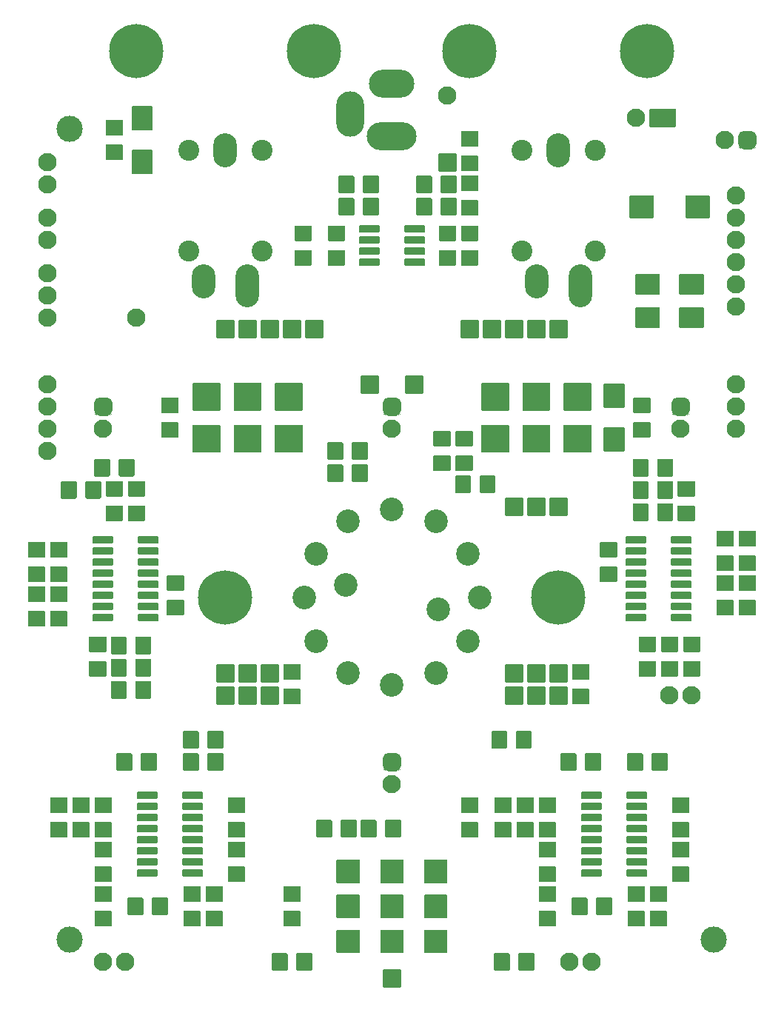
<source format=gbr>
G04 #@! TF.GenerationSoftware,KiCad,Pcbnew,5.1.12-84ad8e8a86~92~ubuntu20.04.1*
G04 #@! TF.CreationDate,2023-11-13T11:38:10+00:00*
G04 #@! TF.ProjectId,___-1.23.B-1,221a1f2d-312e-4323-932e-422d312e6b69,1B*
G04 #@! TF.SameCoordinates,Original*
G04 #@! TF.FileFunction,Soldermask,Top*
G04 #@! TF.FilePolarity,Negative*
%FSLAX46Y46*%
G04 Gerber Fmt 4.6, Leading zero omitted, Abs format (unit mm)*
G04 Created by KiCad (PCBNEW 5.1.12-84ad8e8a86~92~ubuntu20.04.1) date 2023-11-13 11:38:10*
%MOMM*%
%LPD*%
G01*
G04 APERTURE LIST*
%ADD10C,2.100000*%
%ADD11C,2.400000*%
%ADD12O,2.700000X3.900000*%
%ADD13O,2.700000X4.900000*%
%ADD14C,3.000000*%
%ADD15O,5.700000X3.200000*%
%ADD16O,3.200000X5.200000*%
%ADD17O,5.200000X3.200000*%
%ADD18C,6.200000*%
%ADD19C,2.700000*%
%ADD20C,0.100000*%
G04 APERTURE END LIST*
D10*
X76200000Y-127000000D03*
G36*
G01*
X145000000Y-107100000D02*
X145000000Y-106260000D01*
G75*
G02*
X145630000Y-105630000I630000J0D01*
G01*
X146470000Y-105630000D01*
G75*
G02*
X147100000Y-106260000I0J-630000D01*
G01*
X147100000Y-107100000D01*
G75*
G02*
X146470000Y-107730000I-630000J0D01*
G01*
X145630000Y-107730000D01*
G75*
G02*
X145000000Y-107100000I0J630000D01*
G01*
G37*
X143510000Y-106680000D03*
G36*
G01*
X118330000Y-168590000D02*
X118330000Y-166690000D01*
G75*
G02*
X118430000Y-166590000I100000J0D01*
G01*
X120330000Y-166590000D01*
G75*
G02*
X120430000Y-166690000I0J-100000D01*
G01*
X120430000Y-168590000D01*
G75*
G02*
X120330000Y-168690000I-100000J0D01*
G01*
X118430000Y-168690000D01*
G75*
G02*
X118330000Y-168590000I0J100000D01*
G01*
G37*
G36*
G01*
X120870000Y-168590000D02*
X120870000Y-166690000D01*
G75*
G02*
X120970000Y-166590000I100000J0D01*
G01*
X122870000Y-166590000D01*
G75*
G02*
X122970000Y-166690000I0J-100000D01*
G01*
X122970000Y-168590000D01*
G75*
G02*
X122870000Y-168690000I-100000J0D01*
G01*
X120970000Y-168690000D01*
G75*
G02*
X120870000Y-168590000I0J100000D01*
G01*
G37*
G36*
G01*
X123410000Y-168590000D02*
X123410000Y-166690000D01*
G75*
G02*
X123510000Y-166590000I100000J0D01*
G01*
X125410000Y-166590000D01*
G75*
G02*
X125510000Y-166690000I0J-100000D01*
G01*
X125510000Y-168590000D01*
G75*
G02*
X125410000Y-168690000I-100000J0D01*
G01*
X123510000Y-168690000D01*
G75*
G02*
X123410000Y-168590000I0J100000D01*
G01*
G37*
G36*
G01*
X85310000Y-168590000D02*
X85310000Y-166690000D01*
G75*
G02*
X85410000Y-166590000I100000J0D01*
G01*
X87310000Y-166590000D01*
G75*
G02*
X87410000Y-166690000I0J-100000D01*
G01*
X87410000Y-168590000D01*
G75*
G02*
X87310000Y-168690000I-100000J0D01*
G01*
X85410000Y-168690000D01*
G75*
G02*
X85310000Y-168590000I0J100000D01*
G01*
G37*
G36*
G01*
X87850000Y-168590000D02*
X87850000Y-166690000D01*
G75*
G02*
X87950000Y-166590000I100000J0D01*
G01*
X89850000Y-166590000D01*
G75*
G02*
X89950000Y-166690000I0J-100000D01*
G01*
X89950000Y-168590000D01*
G75*
G02*
X89850000Y-168690000I-100000J0D01*
G01*
X87950000Y-168690000D01*
G75*
G02*
X87850000Y-168590000I0J100000D01*
G01*
G37*
G36*
G01*
X90390000Y-168590000D02*
X90390000Y-166690000D01*
G75*
G02*
X90490000Y-166590000I100000J0D01*
G01*
X92390000Y-166590000D01*
G75*
G02*
X92490000Y-166690000I0J-100000D01*
G01*
X92490000Y-168590000D01*
G75*
G02*
X92390000Y-168690000I-100000J0D01*
G01*
X90490000Y-168690000D01*
G75*
G02*
X90390000Y-168590000I0J100000D01*
G01*
G37*
G36*
G01*
X118330000Y-149540000D02*
X118330000Y-147640000D01*
G75*
G02*
X118430000Y-147540000I100000J0D01*
G01*
X120330000Y-147540000D01*
G75*
G02*
X120430000Y-147640000I0J-100000D01*
G01*
X120430000Y-149540000D01*
G75*
G02*
X120330000Y-149640000I-100000J0D01*
G01*
X118430000Y-149640000D01*
G75*
G02*
X118330000Y-149540000I0J100000D01*
G01*
G37*
G36*
G01*
X123410000Y-149540000D02*
X123410000Y-147640000D01*
G75*
G02*
X123510000Y-147540000I100000J0D01*
G01*
X125410000Y-147540000D01*
G75*
G02*
X125510000Y-147640000I0J-100000D01*
G01*
X125510000Y-149540000D01*
G75*
G02*
X125410000Y-149640000I-100000J0D01*
G01*
X123510000Y-149640000D01*
G75*
G02*
X123410000Y-149540000I0J100000D01*
G01*
G37*
G36*
G01*
X120870000Y-149540000D02*
X120870000Y-147640000D01*
G75*
G02*
X120970000Y-147540000I100000J0D01*
G01*
X122870000Y-147540000D01*
G75*
G02*
X122970000Y-147640000I0J-100000D01*
G01*
X122970000Y-149540000D01*
G75*
G02*
X122870000Y-149640000I-100000J0D01*
G01*
X120970000Y-149640000D01*
G75*
G02*
X120870000Y-149540000I0J100000D01*
G01*
G37*
G36*
G01*
X131910000Y-137330000D02*
X129710000Y-137330000D01*
G75*
G02*
X129610000Y-137230000I0J100000D01*
G01*
X129610000Y-134630000D01*
G75*
G02*
X129710000Y-134530000I100000J0D01*
G01*
X131910000Y-134530000D01*
G75*
G02*
X132010000Y-134630000I0J-100000D01*
G01*
X132010000Y-137230000D01*
G75*
G02*
X131910000Y-137330000I-100000J0D01*
G01*
G37*
G36*
G01*
X131910000Y-142330000D02*
X129710000Y-142330000D01*
G75*
G02*
X129610000Y-142230000I0J100000D01*
G01*
X129610000Y-139630000D01*
G75*
G02*
X129710000Y-139530000I100000J0D01*
G01*
X131910000Y-139530000D01*
G75*
G02*
X132010000Y-139630000I0J-100000D01*
G01*
X132010000Y-142230000D01*
G75*
G02*
X131910000Y-142330000I-100000J0D01*
G01*
G37*
G36*
G01*
X133085000Y-138930000D02*
X134885000Y-138930000D01*
G75*
G02*
X134985000Y-139030000I0J-100000D01*
G01*
X134985000Y-140630000D01*
G75*
G02*
X134885000Y-140730000I-100000J0D01*
G01*
X133085000Y-140730000D01*
G75*
G02*
X132985000Y-140630000I0J100000D01*
G01*
X132985000Y-139030000D01*
G75*
G02*
X133085000Y-138930000I100000J0D01*
G01*
G37*
G36*
G01*
X133085000Y-136130000D02*
X134885000Y-136130000D01*
G75*
G02*
X134985000Y-136230000I0J-100000D01*
G01*
X134985000Y-137830000D01*
G75*
G02*
X134885000Y-137930000I-100000J0D01*
G01*
X133085000Y-137930000D01*
G75*
G02*
X132985000Y-137830000I0J100000D01*
G01*
X132985000Y-136230000D01*
G75*
G02*
X133085000Y-136130000I100000J0D01*
G01*
G37*
G36*
G01*
X118562500Y-174360000D02*
X118562500Y-176160000D01*
G75*
G02*
X118462500Y-176260000I-100000J0D01*
G01*
X116862500Y-176260000D01*
G75*
G02*
X116762500Y-176160000I0J100000D01*
G01*
X116762500Y-174360000D01*
G75*
G02*
X116862500Y-174260000I100000J0D01*
G01*
X118462500Y-174260000D01*
G75*
G02*
X118562500Y-174360000I0J-100000D01*
G01*
G37*
G36*
G01*
X121362500Y-174360000D02*
X121362500Y-176160000D01*
G75*
G02*
X121262500Y-176260000I-100000J0D01*
G01*
X119662500Y-176260000D01*
G75*
G02*
X119562500Y-176160000I0J100000D01*
G01*
X119562500Y-174360000D01*
G75*
G02*
X119662500Y-174260000I100000J0D01*
G01*
X121262500Y-174260000D01*
G75*
G02*
X121362500Y-174360000I0J-100000D01*
G01*
G37*
G36*
G01*
X126100000Y-169410000D02*
X127900000Y-169410000D01*
G75*
G02*
X128000000Y-169510000I0J-100000D01*
G01*
X128000000Y-171110000D01*
G75*
G02*
X127900000Y-171210000I-100000J0D01*
G01*
X126100000Y-171210000D01*
G75*
G02*
X126000000Y-171110000I0J100000D01*
G01*
X126000000Y-169510000D01*
G75*
G02*
X126100000Y-169410000I100000J0D01*
G01*
G37*
G36*
G01*
X126100000Y-166610000D02*
X127900000Y-166610000D01*
G75*
G02*
X128000000Y-166710000I0J-100000D01*
G01*
X128000000Y-168310000D01*
G75*
G02*
X127900000Y-168410000I-100000J0D01*
G01*
X126100000Y-168410000D01*
G75*
G02*
X126000000Y-168310000I0J100000D01*
G01*
X126000000Y-166710000D01*
G75*
G02*
X126100000Y-166610000I100000J0D01*
G01*
G37*
G36*
G01*
X83320000Y-174360000D02*
X83320000Y-176160000D01*
G75*
G02*
X83220000Y-176260000I-100000J0D01*
G01*
X81620000Y-176260000D01*
G75*
G02*
X81520000Y-176160000I0J100000D01*
G01*
X81520000Y-174360000D01*
G75*
G02*
X81620000Y-174260000I100000J0D01*
G01*
X83220000Y-174260000D01*
G75*
G02*
X83320000Y-174360000I0J-100000D01*
G01*
G37*
G36*
G01*
X86120000Y-174360000D02*
X86120000Y-176160000D01*
G75*
G02*
X86020000Y-176260000I-100000J0D01*
G01*
X84420000Y-176260000D01*
G75*
G02*
X84320000Y-176160000I0J100000D01*
G01*
X84320000Y-174360000D01*
G75*
G02*
X84420000Y-174260000I100000J0D01*
G01*
X86020000Y-174260000D01*
G75*
G02*
X86120000Y-174360000I0J-100000D01*
G01*
G37*
G36*
G01*
X93080000Y-169410000D02*
X94880000Y-169410000D01*
G75*
G02*
X94980000Y-169510000I0J-100000D01*
G01*
X94980000Y-171110000D01*
G75*
G02*
X94880000Y-171210000I-100000J0D01*
G01*
X93080000Y-171210000D01*
G75*
G02*
X92980000Y-171110000I0J100000D01*
G01*
X92980000Y-169510000D01*
G75*
G02*
X93080000Y-169410000I100000J0D01*
G01*
G37*
G36*
G01*
X93080000Y-166610000D02*
X94880000Y-166610000D01*
G75*
G02*
X94980000Y-166710000I0J-100000D01*
G01*
X94980000Y-168310000D01*
G75*
G02*
X94880000Y-168410000I-100000J0D01*
G01*
X93080000Y-168410000D01*
G75*
G02*
X92980000Y-168310000I0J100000D01*
G01*
X92980000Y-166710000D01*
G75*
G02*
X93080000Y-166610000I100000J0D01*
G01*
G37*
G36*
G01*
X80910000Y-140730000D02*
X79110000Y-140730000D01*
G75*
G02*
X79010000Y-140630000I0J100000D01*
G01*
X79010000Y-139030000D01*
G75*
G02*
X79110000Y-138930000I100000J0D01*
G01*
X80910000Y-138930000D01*
G75*
G02*
X81010000Y-139030000I0J-100000D01*
G01*
X81010000Y-140630000D01*
G75*
G02*
X80910000Y-140730000I-100000J0D01*
G01*
G37*
G36*
G01*
X80910000Y-137930000D02*
X79110000Y-137930000D01*
G75*
G02*
X79010000Y-137830000I0J100000D01*
G01*
X79010000Y-136230000D01*
G75*
G02*
X79110000Y-136130000I100000J0D01*
G01*
X80910000Y-136130000D01*
G75*
G02*
X81010000Y-136230000I0J-100000D01*
G01*
X81010000Y-137830000D01*
G75*
G02*
X80910000Y-137930000I-100000J0D01*
G01*
G37*
G36*
G01*
X72150000Y-145785000D02*
X72150000Y-147585000D01*
G75*
G02*
X72050000Y-147685000I-100000J0D01*
G01*
X70450000Y-147685000D01*
G75*
G02*
X70350000Y-147585000I0J100000D01*
G01*
X70350000Y-145785000D01*
G75*
G02*
X70450000Y-145685000I100000J0D01*
G01*
X72050000Y-145685000D01*
G75*
G02*
X72150000Y-145785000I0J-100000D01*
G01*
G37*
G36*
G01*
X69350000Y-145785000D02*
X69350000Y-147585000D01*
G75*
G02*
X69250000Y-147685000I-100000J0D01*
G01*
X67650000Y-147685000D01*
G75*
G02*
X67550000Y-147585000I0J100000D01*
G01*
X67550000Y-145785000D01*
G75*
G02*
X67650000Y-145685000I100000J0D01*
G01*
X69250000Y-145685000D01*
G75*
G02*
X69350000Y-145785000I0J-100000D01*
G01*
G37*
X72390000Y-200660000D03*
X74930000Y-200660000D03*
X128270000Y-200660000D03*
X125730000Y-200660000D03*
G36*
G01*
X94480000Y-201560000D02*
X94480000Y-199760000D01*
G75*
G02*
X94580000Y-199660000I100000J0D01*
G01*
X96180000Y-199660000D01*
G75*
G02*
X96280000Y-199760000I0J-100000D01*
G01*
X96280000Y-201560000D01*
G75*
G02*
X96180000Y-201660000I-100000J0D01*
G01*
X94580000Y-201660000D01*
G75*
G02*
X94480000Y-201560000I0J100000D01*
G01*
G37*
G36*
G01*
X91680000Y-201560000D02*
X91680000Y-199760000D01*
G75*
G02*
X91780000Y-199660000I100000J0D01*
G01*
X93380000Y-199660000D01*
G75*
G02*
X93480000Y-199760000I0J-100000D01*
G01*
X93480000Y-201560000D01*
G75*
G02*
X93380000Y-201660000I-100000J0D01*
G01*
X91780000Y-201660000D01*
G75*
G02*
X91680000Y-201560000I0J100000D01*
G01*
G37*
G36*
G01*
X119880000Y-201560000D02*
X119880000Y-199760000D01*
G75*
G02*
X119980000Y-199660000I100000J0D01*
G01*
X121580000Y-199660000D01*
G75*
G02*
X121680000Y-199760000I0J-100000D01*
G01*
X121680000Y-201560000D01*
G75*
G02*
X121580000Y-201660000I-100000J0D01*
G01*
X119980000Y-201660000D01*
G75*
G02*
X119880000Y-201560000I0J100000D01*
G01*
G37*
G36*
G01*
X117080000Y-201560000D02*
X117080000Y-199760000D01*
G75*
G02*
X117180000Y-199660000I100000J0D01*
G01*
X118780000Y-199660000D01*
G75*
G02*
X118880000Y-199760000I0J-100000D01*
G01*
X118880000Y-201560000D01*
G75*
G02*
X118780000Y-201660000I-100000J0D01*
G01*
X117180000Y-201660000D01*
G75*
G02*
X117080000Y-201560000I0J100000D01*
G01*
G37*
D11*
X90560000Y-119330000D03*
D12*
X86360000Y-107830000D03*
X83860000Y-122830000D03*
D13*
X88860000Y-123330000D03*
D11*
X82160000Y-119330000D03*
X90560000Y-107830000D03*
X82160000Y-107830000D03*
X128660000Y-119330000D03*
D12*
X124460000Y-107830000D03*
X121960000Y-122830000D03*
D13*
X126960000Y-123330000D03*
D11*
X120260000Y-119330000D03*
X128660000Y-107830000D03*
X120260000Y-107830000D03*
D10*
X144780000Y-139700000D03*
X144780000Y-137160000D03*
X144780000Y-134620000D03*
X66040000Y-134620000D03*
X66040000Y-137160000D03*
X66040000Y-139700000D03*
X66040000Y-142240000D03*
X66040000Y-127000000D03*
X66040000Y-124460000D03*
X66040000Y-121920000D03*
X144780000Y-125730000D03*
X144780000Y-123190000D03*
X144780000Y-120650000D03*
X144780000Y-118110000D03*
X144780000Y-115570000D03*
X144780000Y-113030000D03*
G36*
G01*
X138960000Y-115500000D02*
X138960000Y-113100000D01*
G75*
G02*
X139060000Y-113000000I100000J0D01*
G01*
X141660000Y-113000000D01*
G75*
G02*
X141760000Y-113100000I0J-100000D01*
G01*
X141760000Y-115500000D01*
G75*
G02*
X141660000Y-115600000I-100000J0D01*
G01*
X139060000Y-115600000D01*
G75*
G02*
X138960000Y-115500000I0J100000D01*
G01*
G37*
G36*
G01*
X132560000Y-115500000D02*
X132560000Y-113100000D01*
G75*
G02*
X132660000Y-113000000I100000J0D01*
G01*
X135260000Y-113000000D01*
G75*
G02*
X135360000Y-113100000I0J-100000D01*
G01*
X135360000Y-115500000D01*
G75*
G02*
X135260000Y-115600000I-100000J0D01*
G01*
X132660000Y-115600000D01*
G75*
G02*
X132560000Y-115500000I0J100000D01*
G01*
G37*
G36*
G01*
X134840000Y-105090000D02*
X134840000Y-103190000D01*
G75*
G02*
X134940000Y-103090000I100000J0D01*
G01*
X137800000Y-103090000D01*
G75*
G02*
X137900000Y-103190000I0J-100000D01*
G01*
X137900000Y-105090000D01*
G75*
G02*
X137800000Y-105190000I-100000J0D01*
G01*
X134940000Y-105190000D01*
G75*
G02*
X134840000Y-105090000I0J100000D01*
G01*
G37*
X133350000Y-104140000D03*
X66040000Y-118110000D03*
X66040000Y-115570000D03*
X66040000Y-109220000D03*
X66040000Y-111760000D03*
G36*
G01*
X133260000Y-128100000D02*
X133260000Y-125900000D01*
G75*
G02*
X133360000Y-125800000I100000J0D01*
G01*
X135960000Y-125800000D01*
G75*
G02*
X136060000Y-125900000I0J-100000D01*
G01*
X136060000Y-128100000D01*
G75*
G02*
X135960000Y-128200000I-100000J0D01*
G01*
X133360000Y-128200000D01*
G75*
G02*
X133260000Y-128100000I0J100000D01*
G01*
G37*
G36*
G01*
X138260000Y-128100000D02*
X138260000Y-125900000D01*
G75*
G02*
X138360000Y-125800000I100000J0D01*
G01*
X140960000Y-125800000D01*
G75*
G02*
X141060000Y-125900000I0J-100000D01*
G01*
X141060000Y-128100000D01*
G75*
G02*
X140960000Y-128200000I-100000J0D01*
G01*
X138360000Y-128200000D01*
G75*
G02*
X138260000Y-128100000I0J100000D01*
G01*
G37*
G36*
G01*
X72760000Y-107180000D02*
X74560000Y-107180000D01*
G75*
G02*
X74660000Y-107280000I0J-100000D01*
G01*
X74660000Y-108880000D01*
G75*
G02*
X74560000Y-108980000I-100000J0D01*
G01*
X72760000Y-108980000D01*
G75*
G02*
X72660000Y-108880000I0J100000D01*
G01*
X72660000Y-107280000D01*
G75*
G02*
X72760000Y-107180000I100000J0D01*
G01*
G37*
G36*
G01*
X72760000Y-104380000D02*
X74560000Y-104380000D01*
G75*
G02*
X74660000Y-104480000I0J-100000D01*
G01*
X74660000Y-106080000D01*
G75*
G02*
X74560000Y-106180000I-100000J0D01*
G01*
X72760000Y-106180000D01*
G75*
G02*
X72660000Y-106080000I0J100000D01*
G01*
X72660000Y-104480000D01*
G75*
G02*
X72760000Y-104380000I100000J0D01*
G01*
G37*
G36*
G01*
X133260000Y-124290000D02*
X133260000Y-122090000D01*
G75*
G02*
X133360000Y-121990000I100000J0D01*
G01*
X135960000Y-121990000D01*
G75*
G02*
X136060000Y-122090000I0J-100000D01*
G01*
X136060000Y-124290000D01*
G75*
G02*
X135960000Y-124390000I-100000J0D01*
G01*
X133360000Y-124390000D01*
G75*
G02*
X133260000Y-124290000I0J100000D01*
G01*
G37*
G36*
G01*
X138260000Y-124290000D02*
X138260000Y-122090000D01*
G75*
G02*
X138360000Y-121990000I100000J0D01*
G01*
X140960000Y-121990000D01*
G75*
G02*
X141060000Y-122090000I0J-100000D01*
G01*
X141060000Y-124290000D01*
G75*
G02*
X140960000Y-124390000I-100000J0D01*
G01*
X138360000Y-124390000D01*
G75*
G02*
X138260000Y-124290000I0J100000D01*
G01*
G37*
G36*
G01*
X75735000Y-102780000D02*
X77935000Y-102780000D01*
G75*
G02*
X78035000Y-102880000I0J-100000D01*
G01*
X78035000Y-105480000D01*
G75*
G02*
X77935000Y-105580000I-100000J0D01*
G01*
X75735000Y-105580000D01*
G75*
G02*
X75635000Y-105480000I0J100000D01*
G01*
X75635000Y-102880000D01*
G75*
G02*
X75735000Y-102780000I100000J0D01*
G01*
G37*
G36*
G01*
X75735000Y-107780000D02*
X77935000Y-107780000D01*
G75*
G02*
X78035000Y-107880000I0J-100000D01*
G01*
X78035000Y-110480000D01*
G75*
G02*
X77935000Y-110580000I-100000J0D01*
G01*
X75735000Y-110580000D01*
G75*
G02*
X75635000Y-110480000I0J100000D01*
G01*
X75635000Y-107880000D01*
G75*
G02*
X75735000Y-107780000I100000J0D01*
G01*
G37*
D14*
X142240000Y-198120000D03*
X68580000Y-198120000D03*
X68580000Y-105410000D03*
D15*
X105410000Y-106210000D03*
D16*
X100610000Y-103710000D03*
D17*
X105410000Y-100210000D03*
G36*
G01*
X113250000Y-129220000D02*
X113250000Y-127320000D01*
G75*
G02*
X113350000Y-127220000I100000J0D01*
G01*
X115250000Y-127220000D01*
G75*
G02*
X115350000Y-127320000I0J-100000D01*
G01*
X115350000Y-129220000D01*
G75*
G02*
X115250000Y-129320000I-100000J0D01*
G01*
X113350000Y-129320000D01*
G75*
G02*
X113250000Y-129220000I0J100000D01*
G01*
G37*
G36*
G01*
X115790000Y-129220000D02*
X115790000Y-127320000D01*
G75*
G02*
X115890000Y-127220000I100000J0D01*
G01*
X117790000Y-127220000D01*
G75*
G02*
X117890000Y-127320000I0J-100000D01*
G01*
X117890000Y-129220000D01*
G75*
G02*
X117790000Y-129320000I-100000J0D01*
G01*
X115890000Y-129320000D01*
G75*
G02*
X115790000Y-129220000I0J100000D01*
G01*
G37*
G36*
G01*
X118330000Y-129220000D02*
X118330000Y-127320000D01*
G75*
G02*
X118430000Y-127220000I100000J0D01*
G01*
X120330000Y-127220000D01*
G75*
G02*
X120430000Y-127320000I0J-100000D01*
G01*
X120430000Y-129220000D01*
G75*
G02*
X120330000Y-129320000I-100000J0D01*
G01*
X118430000Y-129320000D01*
G75*
G02*
X118330000Y-129220000I0J100000D01*
G01*
G37*
G36*
G01*
X120870000Y-129220000D02*
X120870000Y-127320000D01*
G75*
G02*
X120970000Y-127220000I100000J0D01*
G01*
X122870000Y-127220000D01*
G75*
G02*
X122970000Y-127320000I0J-100000D01*
G01*
X122970000Y-129220000D01*
G75*
G02*
X122870000Y-129320000I-100000J0D01*
G01*
X120970000Y-129320000D01*
G75*
G02*
X120870000Y-129220000I0J100000D01*
G01*
G37*
G36*
G01*
X123410000Y-129220000D02*
X123410000Y-127320000D01*
G75*
G02*
X123510000Y-127220000I100000J0D01*
G01*
X125410000Y-127220000D01*
G75*
G02*
X125510000Y-127320000I0J-100000D01*
G01*
X125510000Y-129220000D01*
G75*
G02*
X125410000Y-129320000I-100000J0D01*
G01*
X123510000Y-129320000D01*
G75*
G02*
X123410000Y-129220000I0J100000D01*
G01*
G37*
G36*
G01*
X95470000Y-129220000D02*
X95470000Y-127320000D01*
G75*
G02*
X95570000Y-127220000I100000J0D01*
G01*
X97470000Y-127220000D01*
G75*
G02*
X97570000Y-127320000I0J-100000D01*
G01*
X97570000Y-129220000D01*
G75*
G02*
X97470000Y-129320000I-100000J0D01*
G01*
X95570000Y-129320000D01*
G75*
G02*
X95470000Y-129220000I0J100000D01*
G01*
G37*
G36*
G01*
X87850000Y-129220000D02*
X87850000Y-127320000D01*
G75*
G02*
X87950000Y-127220000I100000J0D01*
G01*
X89850000Y-127220000D01*
G75*
G02*
X89950000Y-127320000I0J-100000D01*
G01*
X89950000Y-129220000D01*
G75*
G02*
X89850000Y-129320000I-100000J0D01*
G01*
X87950000Y-129320000D01*
G75*
G02*
X87850000Y-129220000I0J100000D01*
G01*
G37*
G36*
G01*
X90390000Y-129220000D02*
X90390000Y-127320000D01*
G75*
G02*
X90490000Y-127220000I100000J0D01*
G01*
X92390000Y-127220000D01*
G75*
G02*
X92490000Y-127320000I0J-100000D01*
G01*
X92490000Y-129220000D01*
G75*
G02*
X92390000Y-129320000I-100000J0D01*
G01*
X90490000Y-129320000D01*
G75*
G02*
X90390000Y-129220000I0J100000D01*
G01*
G37*
G36*
G01*
X85310000Y-129220000D02*
X85310000Y-127320000D01*
G75*
G02*
X85410000Y-127220000I100000J0D01*
G01*
X87310000Y-127220000D01*
G75*
G02*
X87410000Y-127320000I0J-100000D01*
G01*
X87410000Y-129220000D01*
G75*
G02*
X87310000Y-129320000I-100000J0D01*
G01*
X85410000Y-129320000D01*
G75*
G02*
X85310000Y-129220000I0J100000D01*
G01*
G37*
G36*
G01*
X92930000Y-129220000D02*
X92930000Y-127320000D01*
G75*
G02*
X93030000Y-127220000I100000J0D01*
G01*
X94930000Y-127220000D01*
G75*
G02*
X95030000Y-127320000I0J-100000D01*
G01*
X95030000Y-129220000D01*
G75*
G02*
X94930000Y-129320000I-100000J0D01*
G01*
X93030000Y-129320000D01*
G75*
G02*
X92930000Y-129220000I0J100000D01*
G01*
G37*
G36*
G01*
X109060000Y-195560000D02*
X109060000Y-193060000D01*
G75*
G02*
X109160000Y-192960000I100000J0D01*
G01*
X111660000Y-192960000D01*
G75*
G02*
X111760000Y-193060000I0J-100000D01*
G01*
X111760000Y-195560000D01*
G75*
G02*
X111660000Y-195660000I-100000J0D01*
G01*
X109160000Y-195660000D01*
G75*
G02*
X109060000Y-195560000I0J100000D01*
G01*
G37*
G36*
G01*
X109060000Y-199560000D02*
X109060000Y-197060000D01*
G75*
G02*
X109160000Y-196960000I100000J0D01*
G01*
X111660000Y-196960000D01*
G75*
G02*
X111760000Y-197060000I0J-100000D01*
G01*
X111760000Y-199560000D01*
G75*
G02*
X111660000Y-199660000I-100000J0D01*
G01*
X109160000Y-199660000D01*
G75*
G02*
X109060000Y-199560000I0J100000D01*
G01*
G37*
G36*
G01*
X109060000Y-191560000D02*
X109060000Y-189060000D01*
G75*
G02*
X109160000Y-188960000I100000J0D01*
G01*
X111660000Y-188960000D01*
G75*
G02*
X111760000Y-189060000I0J-100000D01*
G01*
X111760000Y-191560000D01*
G75*
G02*
X111660000Y-191660000I-100000J0D01*
G01*
X109160000Y-191660000D01*
G75*
G02*
X109060000Y-191560000I0J100000D01*
G01*
G37*
G36*
G01*
X104060000Y-195560000D02*
X104060000Y-193060000D01*
G75*
G02*
X104160000Y-192960000I100000J0D01*
G01*
X106660000Y-192960000D01*
G75*
G02*
X106760000Y-193060000I0J-100000D01*
G01*
X106760000Y-195560000D01*
G75*
G02*
X106660000Y-195660000I-100000J0D01*
G01*
X104160000Y-195660000D01*
G75*
G02*
X104060000Y-195560000I0J100000D01*
G01*
G37*
G36*
G01*
X104060000Y-199560000D02*
X104060000Y-197060000D01*
G75*
G02*
X104160000Y-196960000I100000J0D01*
G01*
X106660000Y-196960000D01*
G75*
G02*
X106760000Y-197060000I0J-100000D01*
G01*
X106760000Y-199560000D01*
G75*
G02*
X106660000Y-199660000I-100000J0D01*
G01*
X104160000Y-199660000D01*
G75*
G02*
X104060000Y-199560000I0J100000D01*
G01*
G37*
G36*
G01*
X104060000Y-191560000D02*
X104060000Y-189060000D01*
G75*
G02*
X104160000Y-188960000I100000J0D01*
G01*
X106660000Y-188960000D01*
G75*
G02*
X106760000Y-189060000I0J-100000D01*
G01*
X106760000Y-191560000D01*
G75*
G02*
X106660000Y-191660000I-100000J0D01*
G01*
X104160000Y-191660000D01*
G75*
G02*
X104060000Y-191560000I0J100000D01*
G01*
G37*
G36*
G01*
X99060000Y-191560000D02*
X99060000Y-189060000D01*
G75*
G02*
X99160000Y-188960000I100000J0D01*
G01*
X101660000Y-188960000D01*
G75*
G02*
X101760000Y-189060000I0J-100000D01*
G01*
X101760000Y-191560000D01*
G75*
G02*
X101660000Y-191660000I-100000J0D01*
G01*
X99160000Y-191660000D01*
G75*
G02*
X99060000Y-191560000I0J100000D01*
G01*
G37*
G36*
G01*
X99060000Y-195560000D02*
X99060000Y-193060000D01*
G75*
G02*
X99160000Y-192960000I100000J0D01*
G01*
X101660000Y-192960000D01*
G75*
G02*
X101760000Y-193060000I0J-100000D01*
G01*
X101760000Y-195560000D01*
G75*
G02*
X101660000Y-195660000I-100000J0D01*
G01*
X99160000Y-195660000D01*
G75*
G02*
X99060000Y-195560000I0J100000D01*
G01*
G37*
G36*
G01*
X99060000Y-199560000D02*
X99060000Y-197060000D01*
G75*
G02*
X99160000Y-196960000I100000J0D01*
G01*
X101660000Y-196960000D01*
G75*
G02*
X101760000Y-197060000I0J-100000D01*
G01*
X101760000Y-199560000D01*
G75*
G02*
X101660000Y-199660000I-100000J0D01*
G01*
X99160000Y-199660000D01*
G75*
G02*
X99060000Y-199560000I0J100000D01*
G01*
G37*
G36*
G01*
X118330000Y-171130000D02*
X118330000Y-169230000D01*
G75*
G02*
X118430000Y-169130000I100000J0D01*
G01*
X120330000Y-169130000D01*
G75*
G02*
X120430000Y-169230000I0J-100000D01*
G01*
X120430000Y-171130000D01*
G75*
G02*
X120330000Y-171230000I-100000J0D01*
G01*
X118430000Y-171230000D01*
G75*
G02*
X118330000Y-171130000I0J100000D01*
G01*
G37*
G36*
G01*
X120870000Y-171130000D02*
X120870000Y-169230000D01*
G75*
G02*
X120970000Y-169130000I100000J0D01*
G01*
X122870000Y-169130000D01*
G75*
G02*
X122970000Y-169230000I0J-100000D01*
G01*
X122970000Y-171130000D01*
G75*
G02*
X122870000Y-171230000I-100000J0D01*
G01*
X120970000Y-171230000D01*
G75*
G02*
X120870000Y-171130000I0J100000D01*
G01*
G37*
G36*
G01*
X123410000Y-171130000D02*
X123410000Y-169230000D01*
G75*
G02*
X123510000Y-169130000I100000J0D01*
G01*
X125410000Y-169130000D01*
G75*
G02*
X125510000Y-169230000I0J-100000D01*
G01*
X125510000Y-171130000D01*
G75*
G02*
X125410000Y-171230000I-100000J0D01*
G01*
X123510000Y-171230000D01*
G75*
G02*
X123410000Y-171130000I0J100000D01*
G01*
G37*
G36*
G01*
X87850000Y-171130000D02*
X87850000Y-169230000D01*
G75*
G02*
X87950000Y-169130000I100000J0D01*
G01*
X89850000Y-169130000D01*
G75*
G02*
X89950000Y-169230000I0J-100000D01*
G01*
X89950000Y-171130000D01*
G75*
G02*
X89850000Y-171230000I-100000J0D01*
G01*
X87950000Y-171230000D01*
G75*
G02*
X87850000Y-171130000I0J100000D01*
G01*
G37*
G36*
G01*
X90390000Y-171130000D02*
X90390000Y-169230000D01*
G75*
G02*
X90490000Y-169130000I100000J0D01*
G01*
X92390000Y-169130000D01*
G75*
G02*
X92490000Y-169230000I0J-100000D01*
G01*
X92490000Y-171130000D01*
G75*
G02*
X92390000Y-171230000I-100000J0D01*
G01*
X90490000Y-171230000D01*
G75*
G02*
X90390000Y-171130000I0J100000D01*
G01*
G37*
G36*
G01*
X85310000Y-171130000D02*
X85310000Y-169230000D01*
G75*
G02*
X85410000Y-169130000I100000J0D01*
G01*
X87310000Y-169130000D01*
G75*
G02*
X87410000Y-169230000I0J-100000D01*
G01*
X87410000Y-171130000D01*
G75*
G02*
X87310000Y-171230000I-100000J0D01*
G01*
X85410000Y-171230000D01*
G75*
G02*
X85310000Y-171130000I0J100000D01*
G01*
G37*
D10*
X138430000Y-139700000D03*
G36*
G01*
X138850000Y-138210000D02*
X138010000Y-138210000D01*
G75*
G02*
X137380000Y-137580000I0J630000D01*
G01*
X137380000Y-136740000D01*
G75*
G02*
X138010000Y-136110000I630000J0D01*
G01*
X138850000Y-136110000D01*
G75*
G02*
X139480000Y-136740000I0J-630000D01*
G01*
X139480000Y-137580000D01*
G75*
G02*
X138850000Y-138210000I-630000J0D01*
G01*
G37*
X105410000Y-139700000D03*
G36*
G01*
X105830000Y-138210000D02*
X104990000Y-138210000D01*
G75*
G02*
X104360000Y-137580000I0J630000D01*
G01*
X104360000Y-136740000D01*
G75*
G02*
X104990000Y-136110000I630000J0D01*
G01*
X105830000Y-136110000D01*
G75*
G02*
X106460000Y-136740000I0J-630000D01*
G01*
X106460000Y-137580000D01*
G75*
G02*
X105830000Y-138210000I-630000J0D01*
G01*
G37*
X72390000Y-139700000D03*
G36*
G01*
X72810000Y-138210000D02*
X71970000Y-138210000D01*
G75*
G02*
X71340000Y-137580000I0J630000D01*
G01*
X71340000Y-136740000D01*
G75*
G02*
X71970000Y-136110000I630000J0D01*
G01*
X72810000Y-136110000D01*
G75*
G02*
X73440000Y-136740000I0J-630000D01*
G01*
X73440000Y-137580000D01*
G75*
G02*
X72810000Y-138210000I-630000J0D01*
G01*
G37*
G36*
G01*
X120420000Y-139230000D02*
X123420000Y-139230000D01*
G75*
G02*
X123520000Y-139330000I0J-100000D01*
G01*
X123520000Y-142330000D01*
G75*
G02*
X123420000Y-142430000I-100000J0D01*
G01*
X120420000Y-142430000D01*
G75*
G02*
X120320000Y-142330000I0J100000D01*
G01*
X120320000Y-139330000D01*
G75*
G02*
X120420000Y-139230000I100000J0D01*
G01*
G37*
G36*
G01*
X125120000Y-139230000D02*
X128120000Y-139230000D01*
G75*
G02*
X128220000Y-139330000I0J-100000D01*
G01*
X128220000Y-142330000D01*
G75*
G02*
X128120000Y-142430000I-100000J0D01*
G01*
X125120000Y-142430000D01*
G75*
G02*
X125020000Y-142330000I0J100000D01*
G01*
X125020000Y-139330000D01*
G75*
G02*
X125120000Y-139230000I100000J0D01*
G01*
G37*
G36*
G01*
X115720000Y-139230000D02*
X118720000Y-139230000D01*
G75*
G02*
X118820000Y-139330000I0J-100000D01*
G01*
X118820000Y-142330000D01*
G75*
G02*
X118720000Y-142430000I-100000J0D01*
G01*
X115720000Y-142430000D01*
G75*
G02*
X115620000Y-142330000I0J100000D01*
G01*
X115620000Y-139330000D01*
G75*
G02*
X115720000Y-139230000I100000J0D01*
G01*
G37*
G36*
G01*
X125120000Y-134430000D02*
X128120000Y-134430000D01*
G75*
G02*
X128220000Y-134530000I0J-100000D01*
G01*
X128220000Y-137530000D01*
G75*
G02*
X128120000Y-137630000I-100000J0D01*
G01*
X125120000Y-137630000D01*
G75*
G02*
X125020000Y-137530000I0J100000D01*
G01*
X125020000Y-134530000D01*
G75*
G02*
X125120000Y-134430000I100000J0D01*
G01*
G37*
G36*
G01*
X120420000Y-134430000D02*
X123420000Y-134430000D01*
G75*
G02*
X123520000Y-134530000I0J-100000D01*
G01*
X123520000Y-137530000D01*
G75*
G02*
X123420000Y-137630000I-100000J0D01*
G01*
X120420000Y-137630000D01*
G75*
G02*
X120320000Y-137530000I0J100000D01*
G01*
X120320000Y-134530000D01*
G75*
G02*
X120420000Y-134430000I100000J0D01*
G01*
G37*
G36*
G01*
X115720000Y-134430000D02*
X118720000Y-134430000D01*
G75*
G02*
X118820000Y-134530000I0J-100000D01*
G01*
X118820000Y-137530000D01*
G75*
G02*
X118720000Y-137630000I-100000J0D01*
G01*
X115720000Y-137630000D01*
G75*
G02*
X115620000Y-137530000I0J100000D01*
G01*
X115620000Y-134530000D01*
G75*
G02*
X115720000Y-134430000I100000J0D01*
G01*
G37*
G36*
G01*
X100830000Y-143140000D02*
X100830000Y-141340000D01*
G75*
G02*
X100930000Y-141240000I100000J0D01*
G01*
X102530000Y-141240000D01*
G75*
G02*
X102630000Y-141340000I0J-100000D01*
G01*
X102630000Y-143140000D01*
G75*
G02*
X102530000Y-143240000I-100000J0D01*
G01*
X100930000Y-143240000D01*
G75*
G02*
X100830000Y-143140000I0J100000D01*
G01*
G37*
G36*
G01*
X98030000Y-143140000D02*
X98030000Y-141340000D01*
G75*
G02*
X98130000Y-141240000I100000J0D01*
G01*
X99730000Y-141240000D01*
G75*
G02*
X99830000Y-141340000I0J-100000D01*
G01*
X99830000Y-143140000D01*
G75*
G02*
X99730000Y-143240000I-100000J0D01*
G01*
X98130000Y-143240000D01*
G75*
G02*
X98030000Y-143140000I0J100000D01*
G01*
G37*
G36*
G01*
X99560000Y-186320000D02*
X99560000Y-184520000D01*
G75*
G02*
X99660000Y-184420000I100000J0D01*
G01*
X101260000Y-184420000D01*
G75*
G02*
X101360000Y-184520000I0J-100000D01*
G01*
X101360000Y-186320000D01*
G75*
G02*
X101260000Y-186420000I-100000J0D01*
G01*
X99660000Y-186420000D01*
G75*
G02*
X99560000Y-186320000I0J100000D01*
G01*
G37*
G36*
G01*
X96760000Y-186320000D02*
X96760000Y-184520000D01*
G75*
G02*
X96860000Y-184420000I100000J0D01*
G01*
X98460000Y-184420000D01*
G75*
G02*
X98560000Y-184520000I0J-100000D01*
G01*
X98560000Y-186320000D01*
G75*
G02*
X98460000Y-186420000I-100000J0D01*
G01*
X96860000Y-186420000D01*
G75*
G02*
X96760000Y-186320000I0J100000D01*
G01*
G37*
G36*
G01*
X99830000Y-143880000D02*
X99830000Y-145680000D01*
G75*
G02*
X99730000Y-145780000I-100000J0D01*
G01*
X98130000Y-145780000D01*
G75*
G02*
X98030000Y-145680000I0J100000D01*
G01*
X98030000Y-143880000D01*
G75*
G02*
X98130000Y-143780000I100000J0D01*
G01*
X99730000Y-143780000D01*
G75*
G02*
X99830000Y-143880000I0J-100000D01*
G01*
G37*
G36*
G01*
X102630000Y-143880000D02*
X102630000Y-145680000D01*
G75*
G02*
X102530000Y-145780000I-100000J0D01*
G01*
X100930000Y-145780000D01*
G75*
G02*
X100830000Y-145680000I0J100000D01*
G01*
X100830000Y-143880000D01*
G75*
G02*
X100930000Y-143780000I100000J0D01*
G01*
X102530000Y-143780000D01*
G75*
G02*
X102630000Y-143880000I0J-100000D01*
G01*
G37*
X139700000Y-170180000D03*
X137160000Y-170180000D03*
G36*
G01*
X112025000Y-141740000D02*
X110225000Y-141740000D01*
G75*
G02*
X110125000Y-141640000I0J100000D01*
G01*
X110125000Y-140040000D01*
G75*
G02*
X110225000Y-139940000I100000J0D01*
G01*
X112025000Y-139940000D01*
G75*
G02*
X112125000Y-140040000I0J-100000D01*
G01*
X112125000Y-141640000D01*
G75*
G02*
X112025000Y-141740000I-100000J0D01*
G01*
G37*
G36*
G01*
X112025000Y-144540000D02*
X110225000Y-144540000D01*
G75*
G02*
X110125000Y-144440000I0J100000D01*
G01*
X110125000Y-142840000D01*
G75*
G02*
X110225000Y-142740000I100000J0D01*
G01*
X112025000Y-142740000D01*
G75*
G02*
X112125000Y-142840000I0J-100000D01*
G01*
X112125000Y-144440000D01*
G75*
G02*
X112025000Y-144540000I-100000J0D01*
G01*
G37*
G36*
G01*
X112765000Y-139940000D02*
X114565000Y-139940000D01*
G75*
G02*
X114665000Y-140040000I0J-100000D01*
G01*
X114665000Y-141640000D01*
G75*
G02*
X114565000Y-141740000I-100000J0D01*
G01*
X112765000Y-141740000D01*
G75*
G02*
X112665000Y-141640000I0J100000D01*
G01*
X112665000Y-140040000D01*
G75*
G02*
X112765000Y-139940000I100000J0D01*
G01*
G37*
G36*
G01*
X112765000Y-142740000D02*
X114565000Y-142740000D01*
G75*
G02*
X114665000Y-142840000I0J-100000D01*
G01*
X114665000Y-144440000D01*
G75*
G02*
X114565000Y-144540000I-100000J0D01*
G01*
X112765000Y-144540000D01*
G75*
G02*
X112665000Y-144440000I0J100000D01*
G01*
X112665000Y-142840000D01*
G75*
G02*
X112765000Y-142740000I100000J0D01*
G01*
G37*
G36*
G01*
X113400000Y-113530000D02*
X115200000Y-113530000D01*
G75*
G02*
X115300000Y-113630000I0J-100000D01*
G01*
X115300000Y-115230000D01*
G75*
G02*
X115200000Y-115330000I-100000J0D01*
G01*
X113400000Y-115330000D01*
G75*
G02*
X113300000Y-115230000I0J100000D01*
G01*
X113300000Y-113630000D01*
G75*
G02*
X113400000Y-113530000I100000J0D01*
G01*
G37*
G36*
G01*
X113400000Y-110730000D02*
X115200000Y-110730000D01*
G75*
G02*
X115300000Y-110830000I0J-100000D01*
G01*
X115300000Y-112430000D01*
G75*
G02*
X115200000Y-112530000I-100000J0D01*
G01*
X113400000Y-112530000D01*
G75*
G02*
X113300000Y-112430000I0J100000D01*
G01*
X113300000Y-110830000D01*
G75*
G02*
X113400000Y-110730000I100000J0D01*
G01*
G37*
G36*
G01*
X103640000Y-184520000D02*
X103640000Y-186320000D01*
G75*
G02*
X103540000Y-186420000I-100000J0D01*
G01*
X101940000Y-186420000D01*
G75*
G02*
X101840000Y-186320000I0J100000D01*
G01*
X101840000Y-184520000D01*
G75*
G02*
X101940000Y-184420000I100000J0D01*
G01*
X103540000Y-184420000D01*
G75*
G02*
X103640000Y-184520000I0J-100000D01*
G01*
G37*
G36*
G01*
X106440000Y-184520000D02*
X106440000Y-186320000D01*
G75*
G02*
X106340000Y-186420000I-100000J0D01*
G01*
X104740000Y-186420000D01*
G75*
G02*
X104640000Y-186320000I0J100000D01*
G01*
X104640000Y-184520000D01*
G75*
G02*
X104740000Y-184420000I100000J0D01*
G01*
X106340000Y-184420000D01*
G75*
G02*
X106440000Y-184520000I0J-100000D01*
G01*
G37*
G36*
G01*
X127010000Y-181910000D02*
X127010000Y-181310000D01*
G75*
G02*
X127110000Y-181210000I100000J0D01*
G01*
X129310000Y-181210000D01*
G75*
G02*
X129410000Y-181310000I0J-100000D01*
G01*
X129410000Y-181910000D01*
G75*
G02*
X129310000Y-182010000I-100000J0D01*
G01*
X127110000Y-182010000D01*
G75*
G02*
X127010000Y-181910000I0J100000D01*
G01*
G37*
G36*
G01*
X127010000Y-183180000D02*
X127010000Y-182580000D01*
G75*
G02*
X127110000Y-182480000I100000J0D01*
G01*
X129310000Y-182480000D01*
G75*
G02*
X129410000Y-182580000I0J-100000D01*
G01*
X129410000Y-183180000D01*
G75*
G02*
X129310000Y-183280000I-100000J0D01*
G01*
X127110000Y-183280000D01*
G75*
G02*
X127010000Y-183180000I0J100000D01*
G01*
G37*
G36*
G01*
X127010000Y-184450000D02*
X127010000Y-183850000D01*
G75*
G02*
X127110000Y-183750000I100000J0D01*
G01*
X129310000Y-183750000D01*
G75*
G02*
X129410000Y-183850000I0J-100000D01*
G01*
X129410000Y-184450000D01*
G75*
G02*
X129310000Y-184550000I-100000J0D01*
G01*
X127110000Y-184550000D01*
G75*
G02*
X127010000Y-184450000I0J100000D01*
G01*
G37*
G36*
G01*
X127010000Y-185720000D02*
X127010000Y-185120000D01*
G75*
G02*
X127110000Y-185020000I100000J0D01*
G01*
X129310000Y-185020000D01*
G75*
G02*
X129410000Y-185120000I0J-100000D01*
G01*
X129410000Y-185720000D01*
G75*
G02*
X129310000Y-185820000I-100000J0D01*
G01*
X127110000Y-185820000D01*
G75*
G02*
X127010000Y-185720000I0J100000D01*
G01*
G37*
G36*
G01*
X132210000Y-185720000D02*
X132210000Y-185120000D01*
G75*
G02*
X132310000Y-185020000I100000J0D01*
G01*
X134510000Y-185020000D01*
G75*
G02*
X134610000Y-185120000I0J-100000D01*
G01*
X134610000Y-185720000D01*
G75*
G02*
X134510000Y-185820000I-100000J0D01*
G01*
X132310000Y-185820000D01*
G75*
G02*
X132210000Y-185720000I0J100000D01*
G01*
G37*
G36*
G01*
X132210000Y-184450000D02*
X132210000Y-183850000D01*
G75*
G02*
X132310000Y-183750000I100000J0D01*
G01*
X134510000Y-183750000D01*
G75*
G02*
X134610000Y-183850000I0J-100000D01*
G01*
X134610000Y-184450000D01*
G75*
G02*
X134510000Y-184550000I-100000J0D01*
G01*
X132310000Y-184550000D01*
G75*
G02*
X132210000Y-184450000I0J100000D01*
G01*
G37*
G36*
G01*
X132210000Y-183180000D02*
X132210000Y-182580000D01*
G75*
G02*
X132310000Y-182480000I100000J0D01*
G01*
X134510000Y-182480000D01*
G75*
G02*
X134610000Y-182580000I0J-100000D01*
G01*
X134610000Y-183180000D01*
G75*
G02*
X134510000Y-183280000I-100000J0D01*
G01*
X132310000Y-183280000D01*
G75*
G02*
X132210000Y-183180000I0J100000D01*
G01*
G37*
G36*
G01*
X132210000Y-181910000D02*
X132210000Y-181310000D01*
G75*
G02*
X132310000Y-181210000I100000J0D01*
G01*
X134510000Y-181210000D01*
G75*
G02*
X134610000Y-181310000I0J-100000D01*
G01*
X134610000Y-181910000D01*
G75*
G02*
X134510000Y-182010000I-100000J0D01*
G01*
X132310000Y-182010000D01*
G75*
G02*
X132210000Y-181910000I0J100000D01*
G01*
G37*
G36*
G01*
X127010000Y-186990000D02*
X127010000Y-186390000D01*
G75*
G02*
X127110000Y-186290000I100000J0D01*
G01*
X129310000Y-186290000D01*
G75*
G02*
X129410000Y-186390000I0J-100000D01*
G01*
X129410000Y-186990000D01*
G75*
G02*
X129310000Y-187090000I-100000J0D01*
G01*
X127110000Y-187090000D01*
G75*
G02*
X127010000Y-186990000I0J100000D01*
G01*
G37*
G36*
G01*
X127010000Y-188260000D02*
X127010000Y-187660000D01*
G75*
G02*
X127110000Y-187560000I100000J0D01*
G01*
X129310000Y-187560000D01*
G75*
G02*
X129410000Y-187660000I0J-100000D01*
G01*
X129410000Y-188260000D01*
G75*
G02*
X129310000Y-188360000I-100000J0D01*
G01*
X127110000Y-188360000D01*
G75*
G02*
X127010000Y-188260000I0J100000D01*
G01*
G37*
G36*
G01*
X127010000Y-189530000D02*
X127010000Y-188930000D01*
G75*
G02*
X127110000Y-188830000I100000J0D01*
G01*
X129310000Y-188830000D01*
G75*
G02*
X129410000Y-188930000I0J-100000D01*
G01*
X129410000Y-189530000D01*
G75*
G02*
X129310000Y-189630000I-100000J0D01*
G01*
X127110000Y-189630000D01*
G75*
G02*
X127010000Y-189530000I0J100000D01*
G01*
G37*
G36*
G01*
X127010000Y-190800000D02*
X127010000Y-190200000D01*
G75*
G02*
X127110000Y-190100000I100000J0D01*
G01*
X129310000Y-190100000D01*
G75*
G02*
X129410000Y-190200000I0J-100000D01*
G01*
X129410000Y-190800000D01*
G75*
G02*
X129310000Y-190900000I-100000J0D01*
G01*
X127110000Y-190900000D01*
G75*
G02*
X127010000Y-190800000I0J100000D01*
G01*
G37*
G36*
G01*
X132210000Y-186990000D02*
X132210000Y-186390000D01*
G75*
G02*
X132310000Y-186290000I100000J0D01*
G01*
X134510000Y-186290000D01*
G75*
G02*
X134610000Y-186390000I0J-100000D01*
G01*
X134610000Y-186990000D01*
G75*
G02*
X134510000Y-187090000I-100000J0D01*
G01*
X132310000Y-187090000D01*
G75*
G02*
X132210000Y-186990000I0J100000D01*
G01*
G37*
G36*
G01*
X132210000Y-188260000D02*
X132210000Y-187660000D01*
G75*
G02*
X132310000Y-187560000I100000J0D01*
G01*
X134510000Y-187560000D01*
G75*
G02*
X134610000Y-187660000I0J-100000D01*
G01*
X134610000Y-188260000D01*
G75*
G02*
X134510000Y-188360000I-100000J0D01*
G01*
X132310000Y-188360000D01*
G75*
G02*
X132210000Y-188260000I0J100000D01*
G01*
G37*
G36*
G01*
X132210000Y-189530000D02*
X132210000Y-188930000D01*
G75*
G02*
X132310000Y-188830000I100000J0D01*
G01*
X134510000Y-188830000D01*
G75*
G02*
X134610000Y-188930000I0J-100000D01*
G01*
X134610000Y-189530000D01*
G75*
G02*
X134510000Y-189630000I-100000J0D01*
G01*
X132310000Y-189630000D01*
G75*
G02*
X132210000Y-189530000I0J100000D01*
G01*
G37*
G36*
G01*
X132210000Y-190800000D02*
X132210000Y-190200000D01*
G75*
G02*
X132310000Y-190100000I100000J0D01*
G01*
X134510000Y-190100000D01*
G75*
G02*
X134610000Y-190200000I0J-100000D01*
G01*
X134610000Y-190800000D01*
G75*
G02*
X134510000Y-190900000I-100000J0D01*
G01*
X132310000Y-190900000D01*
G75*
G02*
X132210000Y-190800000I0J100000D01*
G01*
G37*
G36*
G01*
X76210000Y-181910000D02*
X76210000Y-181310000D01*
G75*
G02*
X76310000Y-181210000I100000J0D01*
G01*
X78510000Y-181210000D01*
G75*
G02*
X78610000Y-181310000I0J-100000D01*
G01*
X78610000Y-181910000D01*
G75*
G02*
X78510000Y-182010000I-100000J0D01*
G01*
X76310000Y-182010000D01*
G75*
G02*
X76210000Y-181910000I0J100000D01*
G01*
G37*
G36*
G01*
X76210000Y-183180000D02*
X76210000Y-182580000D01*
G75*
G02*
X76310000Y-182480000I100000J0D01*
G01*
X78510000Y-182480000D01*
G75*
G02*
X78610000Y-182580000I0J-100000D01*
G01*
X78610000Y-183180000D01*
G75*
G02*
X78510000Y-183280000I-100000J0D01*
G01*
X76310000Y-183280000D01*
G75*
G02*
X76210000Y-183180000I0J100000D01*
G01*
G37*
G36*
G01*
X76210000Y-184450000D02*
X76210000Y-183850000D01*
G75*
G02*
X76310000Y-183750000I100000J0D01*
G01*
X78510000Y-183750000D01*
G75*
G02*
X78610000Y-183850000I0J-100000D01*
G01*
X78610000Y-184450000D01*
G75*
G02*
X78510000Y-184550000I-100000J0D01*
G01*
X76310000Y-184550000D01*
G75*
G02*
X76210000Y-184450000I0J100000D01*
G01*
G37*
G36*
G01*
X76210000Y-185720000D02*
X76210000Y-185120000D01*
G75*
G02*
X76310000Y-185020000I100000J0D01*
G01*
X78510000Y-185020000D01*
G75*
G02*
X78610000Y-185120000I0J-100000D01*
G01*
X78610000Y-185720000D01*
G75*
G02*
X78510000Y-185820000I-100000J0D01*
G01*
X76310000Y-185820000D01*
G75*
G02*
X76210000Y-185720000I0J100000D01*
G01*
G37*
G36*
G01*
X81410000Y-185720000D02*
X81410000Y-185120000D01*
G75*
G02*
X81510000Y-185020000I100000J0D01*
G01*
X83710000Y-185020000D01*
G75*
G02*
X83810000Y-185120000I0J-100000D01*
G01*
X83810000Y-185720000D01*
G75*
G02*
X83710000Y-185820000I-100000J0D01*
G01*
X81510000Y-185820000D01*
G75*
G02*
X81410000Y-185720000I0J100000D01*
G01*
G37*
G36*
G01*
X81410000Y-184450000D02*
X81410000Y-183850000D01*
G75*
G02*
X81510000Y-183750000I100000J0D01*
G01*
X83710000Y-183750000D01*
G75*
G02*
X83810000Y-183850000I0J-100000D01*
G01*
X83810000Y-184450000D01*
G75*
G02*
X83710000Y-184550000I-100000J0D01*
G01*
X81510000Y-184550000D01*
G75*
G02*
X81410000Y-184450000I0J100000D01*
G01*
G37*
G36*
G01*
X81410000Y-183180000D02*
X81410000Y-182580000D01*
G75*
G02*
X81510000Y-182480000I100000J0D01*
G01*
X83710000Y-182480000D01*
G75*
G02*
X83810000Y-182580000I0J-100000D01*
G01*
X83810000Y-183180000D01*
G75*
G02*
X83710000Y-183280000I-100000J0D01*
G01*
X81510000Y-183280000D01*
G75*
G02*
X81410000Y-183180000I0J100000D01*
G01*
G37*
G36*
G01*
X81410000Y-181910000D02*
X81410000Y-181310000D01*
G75*
G02*
X81510000Y-181210000I100000J0D01*
G01*
X83710000Y-181210000D01*
G75*
G02*
X83810000Y-181310000I0J-100000D01*
G01*
X83810000Y-181910000D01*
G75*
G02*
X83710000Y-182010000I-100000J0D01*
G01*
X81510000Y-182010000D01*
G75*
G02*
X81410000Y-181910000I0J100000D01*
G01*
G37*
G36*
G01*
X76210000Y-186990000D02*
X76210000Y-186390000D01*
G75*
G02*
X76310000Y-186290000I100000J0D01*
G01*
X78510000Y-186290000D01*
G75*
G02*
X78610000Y-186390000I0J-100000D01*
G01*
X78610000Y-186990000D01*
G75*
G02*
X78510000Y-187090000I-100000J0D01*
G01*
X76310000Y-187090000D01*
G75*
G02*
X76210000Y-186990000I0J100000D01*
G01*
G37*
G36*
G01*
X76210000Y-188260000D02*
X76210000Y-187660000D01*
G75*
G02*
X76310000Y-187560000I100000J0D01*
G01*
X78510000Y-187560000D01*
G75*
G02*
X78610000Y-187660000I0J-100000D01*
G01*
X78610000Y-188260000D01*
G75*
G02*
X78510000Y-188360000I-100000J0D01*
G01*
X76310000Y-188360000D01*
G75*
G02*
X76210000Y-188260000I0J100000D01*
G01*
G37*
G36*
G01*
X76210000Y-189530000D02*
X76210000Y-188930000D01*
G75*
G02*
X76310000Y-188830000I100000J0D01*
G01*
X78510000Y-188830000D01*
G75*
G02*
X78610000Y-188930000I0J-100000D01*
G01*
X78610000Y-189530000D01*
G75*
G02*
X78510000Y-189630000I-100000J0D01*
G01*
X76310000Y-189630000D01*
G75*
G02*
X76210000Y-189530000I0J100000D01*
G01*
G37*
G36*
G01*
X76210000Y-190800000D02*
X76210000Y-190200000D01*
G75*
G02*
X76310000Y-190100000I100000J0D01*
G01*
X78510000Y-190100000D01*
G75*
G02*
X78610000Y-190200000I0J-100000D01*
G01*
X78610000Y-190800000D01*
G75*
G02*
X78510000Y-190900000I-100000J0D01*
G01*
X76310000Y-190900000D01*
G75*
G02*
X76210000Y-190800000I0J100000D01*
G01*
G37*
G36*
G01*
X81410000Y-186990000D02*
X81410000Y-186390000D01*
G75*
G02*
X81510000Y-186290000I100000J0D01*
G01*
X83710000Y-186290000D01*
G75*
G02*
X83810000Y-186390000I0J-100000D01*
G01*
X83810000Y-186990000D01*
G75*
G02*
X83710000Y-187090000I-100000J0D01*
G01*
X81510000Y-187090000D01*
G75*
G02*
X81410000Y-186990000I0J100000D01*
G01*
G37*
G36*
G01*
X81410000Y-188260000D02*
X81410000Y-187660000D01*
G75*
G02*
X81510000Y-187560000I100000J0D01*
G01*
X83710000Y-187560000D01*
G75*
G02*
X83810000Y-187660000I0J-100000D01*
G01*
X83810000Y-188260000D01*
G75*
G02*
X83710000Y-188360000I-100000J0D01*
G01*
X81510000Y-188360000D01*
G75*
G02*
X81410000Y-188260000I0J100000D01*
G01*
G37*
G36*
G01*
X81410000Y-189530000D02*
X81410000Y-188930000D01*
G75*
G02*
X81510000Y-188830000I100000J0D01*
G01*
X83710000Y-188830000D01*
G75*
G02*
X83810000Y-188930000I0J-100000D01*
G01*
X83810000Y-189530000D01*
G75*
G02*
X83710000Y-189630000I-100000J0D01*
G01*
X81510000Y-189630000D01*
G75*
G02*
X81410000Y-189530000I0J100000D01*
G01*
G37*
G36*
G01*
X81410000Y-190800000D02*
X81410000Y-190200000D01*
G75*
G02*
X81510000Y-190100000I100000J0D01*
G01*
X83710000Y-190100000D01*
G75*
G02*
X83810000Y-190200000I0J-100000D01*
G01*
X83810000Y-190800000D01*
G75*
G02*
X83710000Y-190900000I-100000J0D01*
G01*
X81510000Y-190900000D01*
G75*
G02*
X81410000Y-190800000I0J100000D01*
G01*
G37*
G36*
G01*
X109210000Y-120350000D02*
X109210000Y-120950000D01*
G75*
G02*
X109110000Y-121050000I-100000J0D01*
G01*
X106910000Y-121050000D01*
G75*
G02*
X106810000Y-120950000I0J100000D01*
G01*
X106810000Y-120350000D01*
G75*
G02*
X106910000Y-120250000I100000J0D01*
G01*
X109110000Y-120250000D01*
G75*
G02*
X109210000Y-120350000I0J-100000D01*
G01*
G37*
G36*
G01*
X109210000Y-119080000D02*
X109210000Y-119680000D01*
G75*
G02*
X109110000Y-119780000I-100000J0D01*
G01*
X106910000Y-119780000D01*
G75*
G02*
X106810000Y-119680000I0J100000D01*
G01*
X106810000Y-119080000D01*
G75*
G02*
X106910000Y-118980000I100000J0D01*
G01*
X109110000Y-118980000D01*
G75*
G02*
X109210000Y-119080000I0J-100000D01*
G01*
G37*
G36*
G01*
X109210000Y-117810000D02*
X109210000Y-118410000D01*
G75*
G02*
X109110000Y-118510000I-100000J0D01*
G01*
X106910000Y-118510000D01*
G75*
G02*
X106810000Y-118410000I0J100000D01*
G01*
X106810000Y-117810000D01*
G75*
G02*
X106910000Y-117710000I100000J0D01*
G01*
X109110000Y-117710000D01*
G75*
G02*
X109210000Y-117810000I0J-100000D01*
G01*
G37*
G36*
G01*
X109210000Y-116540000D02*
X109210000Y-117140000D01*
G75*
G02*
X109110000Y-117240000I-100000J0D01*
G01*
X106910000Y-117240000D01*
G75*
G02*
X106810000Y-117140000I0J100000D01*
G01*
X106810000Y-116540000D01*
G75*
G02*
X106910000Y-116440000I100000J0D01*
G01*
X109110000Y-116440000D01*
G75*
G02*
X109210000Y-116540000I0J-100000D01*
G01*
G37*
G36*
G01*
X104010000Y-116540000D02*
X104010000Y-117140000D01*
G75*
G02*
X103910000Y-117240000I-100000J0D01*
G01*
X101710000Y-117240000D01*
G75*
G02*
X101610000Y-117140000I0J100000D01*
G01*
X101610000Y-116540000D01*
G75*
G02*
X101710000Y-116440000I100000J0D01*
G01*
X103910000Y-116440000D01*
G75*
G02*
X104010000Y-116540000I0J-100000D01*
G01*
G37*
G36*
G01*
X104010000Y-117810000D02*
X104010000Y-118410000D01*
G75*
G02*
X103910000Y-118510000I-100000J0D01*
G01*
X101710000Y-118510000D01*
G75*
G02*
X101610000Y-118410000I0J100000D01*
G01*
X101610000Y-117810000D01*
G75*
G02*
X101710000Y-117710000I100000J0D01*
G01*
X103910000Y-117710000D01*
G75*
G02*
X104010000Y-117810000I0J-100000D01*
G01*
G37*
G36*
G01*
X104010000Y-119080000D02*
X104010000Y-119680000D01*
G75*
G02*
X103910000Y-119780000I-100000J0D01*
G01*
X101710000Y-119780000D01*
G75*
G02*
X101610000Y-119680000I0J100000D01*
G01*
X101610000Y-119080000D01*
G75*
G02*
X101710000Y-118980000I100000J0D01*
G01*
X103910000Y-118980000D01*
G75*
G02*
X104010000Y-119080000I0J-100000D01*
G01*
G37*
G36*
G01*
X104010000Y-120350000D02*
X104010000Y-120950000D01*
G75*
G02*
X103910000Y-121050000I-100000J0D01*
G01*
X101710000Y-121050000D01*
G75*
G02*
X101610000Y-120950000I0J100000D01*
G01*
X101610000Y-120350000D01*
G75*
G02*
X101710000Y-120250000I100000J0D01*
G01*
X103910000Y-120250000D01*
G75*
G02*
X104010000Y-120350000I0J-100000D01*
G01*
G37*
G36*
G01*
X115435000Y-146950000D02*
X115435000Y-145150000D01*
G75*
G02*
X115535000Y-145050000I100000J0D01*
G01*
X117135000Y-145050000D01*
G75*
G02*
X117235000Y-145150000I0J-100000D01*
G01*
X117235000Y-146950000D01*
G75*
G02*
X117135000Y-147050000I-100000J0D01*
G01*
X115535000Y-147050000D01*
G75*
G02*
X115435000Y-146950000I0J100000D01*
G01*
G37*
G36*
G01*
X112635000Y-146950000D02*
X112635000Y-145150000D01*
G75*
G02*
X112735000Y-145050000I100000J0D01*
G01*
X114335000Y-145050000D01*
G75*
G02*
X114435000Y-145150000I0J-100000D01*
G01*
X114435000Y-146950000D01*
G75*
G02*
X114335000Y-147050000I-100000J0D01*
G01*
X112735000Y-147050000D01*
G75*
G02*
X112635000Y-146950000I0J100000D01*
G01*
G37*
G36*
G01*
X110990000Y-112660000D02*
X110990000Y-110860000D01*
G75*
G02*
X111090000Y-110760000I100000J0D01*
G01*
X112690000Y-110760000D01*
G75*
G02*
X112790000Y-110860000I0J-100000D01*
G01*
X112790000Y-112660000D01*
G75*
G02*
X112690000Y-112760000I-100000J0D01*
G01*
X111090000Y-112760000D01*
G75*
G02*
X110990000Y-112660000I0J100000D01*
G01*
G37*
G36*
G01*
X108190000Y-112660000D02*
X108190000Y-110860000D01*
G75*
G02*
X108290000Y-110760000I100000J0D01*
G01*
X109890000Y-110760000D01*
G75*
G02*
X109990000Y-110860000I0J-100000D01*
G01*
X109990000Y-112660000D01*
G75*
G02*
X109890000Y-112760000I-100000J0D01*
G01*
X108290000Y-112760000D01*
G75*
G02*
X108190000Y-112660000I0J100000D01*
G01*
G37*
G36*
G01*
X113400000Y-116445000D02*
X115200000Y-116445000D01*
G75*
G02*
X115300000Y-116545000I0J-100000D01*
G01*
X115300000Y-118145000D01*
G75*
G02*
X115200000Y-118245000I-100000J0D01*
G01*
X113400000Y-118245000D01*
G75*
G02*
X113300000Y-118145000I0J100000D01*
G01*
X113300000Y-116545000D01*
G75*
G02*
X113400000Y-116445000I100000J0D01*
G01*
G37*
G36*
G01*
X113400000Y-119245000D02*
X115200000Y-119245000D01*
G75*
G02*
X115300000Y-119345000I0J-100000D01*
G01*
X115300000Y-120945000D01*
G75*
G02*
X115200000Y-121045000I-100000J0D01*
G01*
X113400000Y-121045000D01*
G75*
G02*
X113300000Y-120945000I0J100000D01*
G01*
X113300000Y-119345000D01*
G75*
G02*
X113400000Y-119245000I100000J0D01*
G01*
G37*
G36*
G01*
X108190000Y-115200000D02*
X108190000Y-113400000D01*
G75*
G02*
X108290000Y-113300000I100000J0D01*
G01*
X109890000Y-113300000D01*
G75*
G02*
X109990000Y-113400000I0J-100000D01*
G01*
X109990000Y-115200000D01*
G75*
G02*
X109890000Y-115300000I-100000J0D01*
G01*
X108290000Y-115300000D01*
G75*
G02*
X108190000Y-115200000I0J100000D01*
G01*
G37*
G36*
G01*
X110990000Y-115200000D02*
X110990000Y-113400000D01*
G75*
G02*
X111090000Y-113300000I100000J0D01*
G01*
X112690000Y-113300000D01*
G75*
G02*
X112790000Y-113400000I0J-100000D01*
G01*
X112790000Y-115200000D01*
G75*
G02*
X112690000Y-115300000I-100000J0D01*
G01*
X111090000Y-115300000D01*
G75*
G02*
X110990000Y-115200000I0J100000D01*
G01*
G37*
G36*
G01*
X110860000Y-116445000D02*
X112660000Y-116445000D01*
G75*
G02*
X112760000Y-116545000I0J-100000D01*
G01*
X112760000Y-118145000D01*
G75*
G02*
X112660000Y-118245000I-100000J0D01*
G01*
X110860000Y-118245000D01*
G75*
G02*
X110760000Y-118145000I0J100000D01*
G01*
X110760000Y-116545000D01*
G75*
G02*
X110860000Y-116445000I100000J0D01*
G01*
G37*
G36*
G01*
X110860000Y-119245000D02*
X112660000Y-119245000D01*
G75*
G02*
X112760000Y-119345000I0J-100000D01*
G01*
X112760000Y-120945000D01*
G75*
G02*
X112660000Y-121045000I-100000J0D01*
G01*
X110860000Y-121045000D01*
G75*
G02*
X110760000Y-120945000I0J100000D01*
G01*
X110760000Y-119345000D01*
G75*
G02*
X110860000Y-119245000I100000J0D01*
G01*
G37*
G36*
G01*
X99300000Y-112660000D02*
X99300000Y-110860000D01*
G75*
G02*
X99400000Y-110760000I100000J0D01*
G01*
X101000000Y-110760000D01*
G75*
G02*
X101100000Y-110860000I0J-100000D01*
G01*
X101100000Y-112660000D01*
G75*
G02*
X101000000Y-112760000I-100000J0D01*
G01*
X99400000Y-112760000D01*
G75*
G02*
X99300000Y-112660000I0J100000D01*
G01*
G37*
G36*
G01*
X102100000Y-112660000D02*
X102100000Y-110860000D01*
G75*
G02*
X102200000Y-110760000I100000J0D01*
G01*
X103800000Y-110760000D01*
G75*
G02*
X103900000Y-110860000I0J-100000D01*
G01*
X103900000Y-112660000D01*
G75*
G02*
X103800000Y-112760000I-100000J0D01*
G01*
X102200000Y-112760000D01*
G75*
G02*
X102100000Y-112660000I0J100000D01*
G01*
G37*
G36*
G01*
X99960000Y-121045000D02*
X98160000Y-121045000D01*
G75*
G02*
X98060000Y-120945000I0J100000D01*
G01*
X98060000Y-119345000D01*
G75*
G02*
X98160000Y-119245000I100000J0D01*
G01*
X99960000Y-119245000D01*
G75*
G02*
X100060000Y-119345000I0J-100000D01*
G01*
X100060000Y-120945000D01*
G75*
G02*
X99960000Y-121045000I-100000J0D01*
G01*
G37*
G36*
G01*
X99960000Y-118245000D02*
X98160000Y-118245000D01*
G75*
G02*
X98060000Y-118145000I0J100000D01*
G01*
X98060000Y-116545000D01*
G75*
G02*
X98160000Y-116445000I100000J0D01*
G01*
X99960000Y-116445000D01*
G75*
G02*
X100060000Y-116545000I0J-100000D01*
G01*
X100060000Y-118145000D01*
G75*
G02*
X99960000Y-118245000I-100000J0D01*
G01*
G37*
G36*
G01*
X96150000Y-121045000D02*
X94350000Y-121045000D01*
G75*
G02*
X94250000Y-120945000I0J100000D01*
G01*
X94250000Y-119345000D01*
G75*
G02*
X94350000Y-119245000I100000J0D01*
G01*
X96150000Y-119245000D01*
G75*
G02*
X96250000Y-119345000I0J-100000D01*
G01*
X96250000Y-120945000D01*
G75*
G02*
X96150000Y-121045000I-100000J0D01*
G01*
G37*
G36*
G01*
X96150000Y-118245000D02*
X94350000Y-118245000D01*
G75*
G02*
X94250000Y-118145000I0J100000D01*
G01*
X94250000Y-116545000D01*
G75*
G02*
X94350000Y-116445000I100000J0D01*
G01*
X96150000Y-116445000D01*
G75*
G02*
X96250000Y-116545000I0J-100000D01*
G01*
X96250000Y-118145000D01*
G75*
G02*
X96150000Y-118245000I-100000J0D01*
G01*
G37*
G36*
G01*
X103900000Y-113400000D02*
X103900000Y-115200000D01*
G75*
G02*
X103800000Y-115300000I-100000J0D01*
G01*
X102200000Y-115300000D01*
G75*
G02*
X102100000Y-115200000I0J100000D01*
G01*
X102100000Y-113400000D01*
G75*
G02*
X102200000Y-113300000I100000J0D01*
G01*
X103800000Y-113300000D01*
G75*
G02*
X103900000Y-113400000I0J-100000D01*
G01*
G37*
G36*
G01*
X101100000Y-113400000D02*
X101100000Y-115200000D01*
G75*
G02*
X101000000Y-115300000I-100000J0D01*
G01*
X99400000Y-115300000D01*
G75*
G02*
X99300000Y-115200000I0J100000D01*
G01*
X99300000Y-113400000D01*
G75*
G02*
X99400000Y-113300000I100000J0D01*
G01*
X101000000Y-113300000D01*
G75*
G02*
X101100000Y-113400000I0J-100000D01*
G01*
G37*
G36*
G01*
X94880000Y-193810000D02*
X93080000Y-193810000D01*
G75*
G02*
X92980000Y-193710000I0J100000D01*
G01*
X92980000Y-192110000D01*
G75*
G02*
X93080000Y-192010000I100000J0D01*
G01*
X94880000Y-192010000D01*
G75*
G02*
X94980000Y-192110000I0J-100000D01*
G01*
X94980000Y-193710000D01*
G75*
G02*
X94880000Y-193810000I-100000J0D01*
G01*
G37*
G36*
G01*
X94880000Y-196610000D02*
X93080000Y-196610000D01*
G75*
G02*
X92980000Y-196510000I0J100000D01*
G01*
X92980000Y-194910000D01*
G75*
G02*
X93080000Y-194810000I100000J0D01*
G01*
X94880000Y-194810000D01*
G75*
G02*
X94980000Y-194910000I0J-100000D01*
G01*
X94980000Y-196510000D01*
G75*
G02*
X94880000Y-196610000I-100000J0D01*
G01*
G37*
G36*
G01*
X115200000Y-186450000D02*
X113400000Y-186450000D01*
G75*
G02*
X113300000Y-186350000I0J100000D01*
G01*
X113300000Y-184750000D01*
G75*
G02*
X113400000Y-184650000I100000J0D01*
G01*
X115200000Y-184650000D01*
G75*
G02*
X115300000Y-184750000I0J-100000D01*
G01*
X115300000Y-186350000D01*
G75*
G02*
X115200000Y-186450000I-100000J0D01*
G01*
G37*
G36*
G01*
X115200000Y-183650000D02*
X113400000Y-183650000D01*
G75*
G02*
X113300000Y-183550000I0J100000D01*
G01*
X113300000Y-181950000D01*
G75*
G02*
X113400000Y-181850000I100000J0D01*
G01*
X115200000Y-181850000D01*
G75*
G02*
X115300000Y-181950000I0J-100000D01*
G01*
X115300000Y-183550000D01*
G75*
G02*
X115200000Y-183650000I-100000J0D01*
G01*
G37*
G36*
G01*
X122290000Y-189730000D02*
X124090000Y-189730000D01*
G75*
G02*
X124190000Y-189830000I0J-100000D01*
G01*
X124190000Y-191430000D01*
G75*
G02*
X124090000Y-191530000I-100000J0D01*
G01*
X122290000Y-191530000D01*
G75*
G02*
X122190000Y-191430000I0J100000D01*
G01*
X122190000Y-189830000D01*
G75*
G02*
X122290000Y-189730000I100000J0D01*
G01*
G37*
G36*
G01*
X122290000Y-186930000D02*
X124090000Y-186930000D01*
G75*
G02*
X124190000Y-187030000I0J-100000D01*
G01*
X124190000Y-188630000D01*
G75*
G02*
X124090000Y-188730000I-100000J0D01*
G01*
X122290000Y-188730000D01*
G75*
G02*
X122190000Y-188630000I0J100000D01*
G01*
X122190000Y-187030000D01*
G75*
G02*
X122290000Y-186930000I100000J0D01*
G01*
G37*
G36*
G01*
X122290000Y-194810000D02*
X124090000Y-194810000D01*
G75*
G02*
X124190000Y-194910000I0J-100000D01*
G01*
X124190000Y-196510000D01*
G75*
G02*
X124090000Y-196610000I-100000J0D01*
G01*
X122290000Y-196610000D01*
G75*
G02*
X122190000Y-196510000I0J100000D01*
G01*
X122190000Y-194910000D01*
G75*
G02*
X122290000Y-194810000I100000J0D01*
G01*
G37*
G36*
G01*
X122290000Y-192010000D02*
X124090000Y-192010000D01*
G75*
G02*
X124190000Y-192110000I0J-100000D01*
G01*
X124190000Y-193710000D01*
G75*
G02*
X124090000Y-193810000I-100000J0D01*
G01*
X122290000Y-193810000D01*
G75*
G02*
X122190000Y-193710000I0J100000D01*
G01*
X122190000Y-192110000D01*
G75*
G02*
X122290000Y-192010000I100000J0D01*
G01*
G37*
G36*
G01*
X135120000Y-178700000D02*
X135120000Y-176900000D01*
G75*
G02*
X135220000Y-176800000I100000J0D01*
G01*
X136820000Y-176800000D01*
G75*
G02*
X136920000Y-176900000I0J-100000D01*
G01*
X136920000Y-178700000D01*
G75*
G02*
X136820000Y-178800000I-100000J0D01*
G01*
X135220000Y-178800000D01*
G75*
G02*
X135120000Y-178700000I0J100000D01*
G01*
G37*
G36*
G01*
X132320000Y-178700000D02*
X132320000Y-176900000D01*
G75*
G02*
X132420000Y-176800000I100000J0D01*
G01*
X134020000Y-176800000D01*
G75*
G02*
X134120000Y-176900000I0J-100000D01*
G01*
X134120000Y-178700000D01*
G75*
G02*
X134020000Y-178800000I-100000J0D01*
G01*
X132420000Y-178800000D01*
G75*
G02*
X132320000Y-178700000I0J100000D01*
G01*
G37*
G36*
G01*
X124090000Y-183650000D02*
X122290000Y-183650000D01*
G75*
G02*
X122190000Y-183550000I0J100000D01*
G01*
X122190000Y-181950000D01*
G75*
G02*
X122290000Y-181850000I100000J0D01*
G01*
X124090000Y-181850000D01*
G75*
G02*
X124190000Y-181950000I0J-100000D01*
G01*
X124190000Y-183550000D01*
G75*
G02*
X124090000Y-183650000I-100000J0D01*
G01*
G37*
G36*
G01*
X124090000Y-186450000D02*
X122290000Y-186450000D01*
G75*
G02*
X122190000Y-186350000I0J100000D01*
G01*
X122190000Y-184750000D01*
G75*
G02*
X122290000Y-184650000I100000J0D01*
G01*
X124090000Y-184650000D01*
G75*
G02*
X124190000Y-184750000I0J-100000D01*
G01*
X124190000Y-186350000D01*
G75*
G02*
X124090000Y-186450000I-100000J0D01*
G01*
G37*
G36*
G01*
X137530000Y-189730000D02*
X139330000Y-189730000D01*
G75*
G02*
X139430000Y-189830000I0J-100000D01*
G01*
X139430000Y-191430000D01*
G75*
G02*
X139330000Y-191530000I-100000J0D01*
G01*
X137530000Y-191530000D01*
G75*
G02*
X137430000Y-191430000I0J100000D01*
G01*
X137430000Y-189830000D01*
G75*
G02*
X137530000Y-189730000I100000J0D01*
G01*
G37*
G36*
G01*
X137530000Y-186930000D02*
X139330000Y-186930000D01*
G75*
G02*
X139430000Y-187030000I0J-100000D01*
G01*
X139430000Y-188630000D01*
G75*
G02*
X139330000Y-188730000I-100000J0D01*
G01*
X137530000Y-188730000D01*
G75*
G02*
X137430000Y-188630000I0J100000D01*
G01*
X137430000Y-187030000D01*
G75*
G02*
X137530000Y-186930000I100000J0D01*
G01*
G37*
G36*
G01*
X136790000Y-193810000D02*
X134990000Y-193810000D01*
G75*
G02*
X134890000Y-193710000I0J100000D01*
G01*
X134890000Y-192110000D01*
G75*
G02*
X134990000Y-192010000I100000J0D01*
G01*
X136790000Y-192010000D01*
G75*
G02*
X136890000Y-192110000I0J-100000D01*
G01*
X136890000Y-193710000D01*
G75*
G02*
X136790000Y-193810000I-100000J0D01*
G01*
G37*
G36*
G01*
X136790000Y-196610000D02*
X134990000Y-196610000D01*
G75*
G02*
X134890000Y-196510000I0J100000D01*
G01*
X134890000Y-194910000D01*
G75*
G02*
X134990000Y-194810000I100000J0D01*
G01*
X136790000Y-194810000D01*
G75*
G02*
X136890000Y-194910000I0J-100000D01*
G01*
X136890000Y-196510000D01*
G75*
G02*
X136790000Y-196610000I-100000J0D01*
G01*
G37*
G36*
G01*
X126500000Y-176900000D02*
X126500000Y-178700000D01*
G75*
G02*
X126400000Y-178800000I-100000J0D01*
G01*
X124800000Y-178800000D01*
G75*
G02*
X124700000Y-178700000I0J100000D01*
G01*
X124700000Y-176900000D01*
G75*
G02*
X124800000Y-176800000I100000J0D01*
G01*
X126400000Y-176800000D01*
G75*
G02*
X126500000Y-176900000I0J-100000D01*
G01*
G37*
G36*
G01*
X129300000Y-176900000D02*
X129300000Y-178700000D01*
G75*
G02*
X129200000Y-178800000I-100000J0D01*
G01*
X127600000Y-178800000D01*
G75*
G02*
X127500000Y-178700000I0J100000D01*
G01*
X127500000Y-176900000D01*
G75*
G02*
X127600000Y-176800000I100000J0D01*
G01*
X129200000Y-176800000D01*
G75*
G02*
X129300000Y-176900000I0J-100000D01*
G01*
G37*
G36*
G01*
X139330000Y-183650000D02*
X137530000Y-183650000D01*
G75*
G02*
X137430000Y-183550000I0J100000D01*
G01*
X137430000Y-181950000D01*
G75*
G02*
X137530000Y-181850000I100000J0D01*
G01*
X139330000Y-181850000D01*
G75*
G02*
X139430000Y-181950000I0J-100000D01*
G01*
X139430000Y-183550000D01*
G75*
G02*
X139330000Y-183650000I-100000J0D01*
G01*
G37*
G36*
G01*
X139330000Y-186450000D02*
X137530000Y-186450000D01*
G75*
G02*
X137430000Y-186350000I0J100000D01*
G01*
X137430000Y-184750000D01*
G75*
G02*
X137530000Y-184650000I100000J0D01*
G01*
X139330000Y-184650000D01*
G75*
G02*
X139430000Y-184750000I0J-100000D01*
G01*
X139430000Y-186350000D01*
G75*
G02*
X139330000Y-186450000I-100000J0D01*
G01*
G37*
G36*
G01*
X119750000Y-184650000D02*
X121550000Y-184650000D01*
G75*
G02*
X121650000Y-184750000I0J-100000D01*
G01*
X121650000Y-186350000D01*
G75*
G02*
X121550000Y-186450000I-100000J0D01*
G01*
X119750000Y-186450000D01*
G75*
G02*
X119650000Y-186350000I0J100000D01*
G01*
X119650000Y-184750000D01*
G75*
G02*
X119750000Y-184650000I100000J0D01*
G01*
G37*
G36*
G01*
X119750000Y-181850000D02*
X121550000Y-181850000D01*
G75*
G02*
X121650000Y-181950000I0J-100000D01*
G01*
X121650000Y-183550000D01*
G75*
G02*
X121550000Y-183650000I-100000J0D01*
G01*
X119750000Y-183650000D01*
G75*
G02*
X119650000Y-183550000I0J100000D01*
G01*
X119650000Y-181950000D01*
G75*
G02*
X119750000Y-181850000I100000J0D01*
G01*
G37*
G36*
G01*
X132450000Y-194810000D02*
X134250000Y-194810000D01*
G75*
G02*
X134350000Y-194910000I0J-100000D01*
G01*
X134350000Y-196510000D01*
G75*
G02*
X134250000Y-196610000I-100000J0D01*
G01*
X132450000Y-196610000D01*
G75*
G02*
X132350000Y-196510000I0J100000D01*
G01*
X132350000Y-194910000D01*
G75*
G02*
X132450000Y-194810000I100000J0D01*
G01*
G37*
G36*
G01*
X132450000Y-192010000D02*
X134250000Y-192010000D01*
G75*
G02*
X134350000Y-192110000I0J-100000D01*
G01*
X134350000Y-193710000D01*
G75*
G02*
X134250000Y-193810000I-100000J0D01*
G01*
X132450000Y-193810000D01*
G75*
G02*
X132350000Y-193710000I0J100000D01*
G01*
X132350000Y-192110000D01*
G75*
G02*
X132450000Y-192010000I100000J0D01*
G01*
G37*
G36*
G01*
X128770000Y-195210000D02*
X128770000Y-193410000D01*
G75*
G02*
X128870000Y-193310000I100000J0D01*
G01*
X130470000Y-193310000D01*
G75*
G02*
X130570000Y-193410000I0J-100000D01*
G01*
X130570000Y-195210000D01*
G75*
G02*
X130470000Y-195310000I-100000J0D01*
G01*
X128870000Y-195310000D01*
G75*
G02*
X128770000Y-195210000I0J100000D01*
G01*
G37*
G36*
G01*
X125970000Y-195210000D02*
X125970000Y-193410000D01*
G75*
G02*
X126070000Y-193310000I100000J0D01*
G01*
X127670000Y-193310000D01*
G75*
G02*
X127770000Y-193410000I0J-100000D01*
G01*
X127770000Y-195210000D01*
G75*
G02*
X127670000Y-195310000I-100000J0D01*
G01*
X126070000Y-195310000D01*
G75*
G02*
X125970000Y-195210000I0J100000D01*
G01*
G37*
G36*
G01*
X117210000Y-184650000D02*
X119010000Y-184650000D01*
G75*
G02*
X119110000Y-184750000I0J-100000D01*
G01*
X119110000Y-186350000D01*
G75*
G02*
X119010000Y-186450000I-100000J0D01*
G01*
X117210000Y-186450000D01*
G75*
G02*
X117110000Y-186350000I0J100000D01*
G01*
X117110000Y-184750000D01*
G75*
G02*
X117210000Y-184650000I100000J0D01*
G01*
G37*
G36*
G01*
X117210000Y-181850000D02*
X119010000Y-181850000D01*
G75*
G02*
X119110000Y-181950000I0J-100000D01*
G01*
X119110000Y-183550000D01*
G75*
G02*
X119010000Y-183650000I-100000J0D01*
G01*
X117210000Y-183650000D01*
G75*
G02*
X117110000Y-183550000I0J100000D01*
G01*
X117110000Y-181950000D01*
G75*
G02*
X117210000Y-181850000I100000J0D01*
G01*
G37*
G36*
G01*
X71490000Y-189730000D02*
X73290000Y-189730000D01*
G75*
G02*
X73390000Y-189830000I0J-100000D01*
G01*
X73390000Y-191430000D01*
G75*
G02*
X73290000Y-191530000I-100000J0D01*
G01*
X71490000Y-191530000D01*
G75*
G02*
X71390000Y-191430000I0J100000D01*
G01*
X71390000Y-189830000D01*
G75*
G02*
X71490000Y-189730000I100000J0D01*
G01*
G37*
G36*
G01*
X71490000Y-186930000D02*
X73290000Y-186930000D01*
G75*
G02*
X73390000Y-187030000I0J-100000D01*
G01*
X73390000Y-188630000D01*
G75*
G02*
X73290000Y-188730000I-100000J0D01*
G01*
X71490000Y-188730000D01*
G75*
G02*
X71390000Y-188630000I0J100000D01*
G01*
X71390000Y-187030000D01*
G75*
G02*
X71490000Y-186930000I100000J0D01*
G01*
G37*
G36*
G01*
X71490000Y-194810000D02*
X73290000Y-194810000D01*
G75*
G02*
X73390000Y-194910000I0J-100000D01*
G01*
X73390000Y-196510000D01*
G75*
G02*
X73290000Y-196610000I-100000J0D01*
G01*
X71490000Y-196610000D01*
G75*
G02*
X71390000Y-196510000I0J100000D01*
G01*
X71390000Y-194910000D01*
G75*
G02*
X71490000Y-194810000I100000J0D01*
G01*
G37*
G36*
G01*
X71490000Y-192010000D02*
X73290000Y-192010000D01*
G75*
G02*
X73390000Y-192110000I0J-100000D01*
G01*
X73390000Y-193710000D01*
G75*
G02*
X73290000Y-193810000I-100000J0D01*
G01*
X71490000Y-193810000D01*
G75*
G02*
X71390000Y-193710000I0J100000D01*
G01*
X71390000Y-192110000D01*
G75*
G02*
X71490000Y-192010000I100000J0D01*
G01*
G37*
G36*
G01*
X84320000Y-178700000D02*
X84320000Y-176900000D01*
G75*
G02*
X84420000Y-176800000I100000J0D01*
G01*
X86020000Y-176800000D01*
G75*
G02*
X86120000Y-176900000I0J-100000D01*
G01*
X86120000Y-178700000D01*
G75*
G02*
X86020000Y-178800000I-100000J0D01*
G01*
X84420000Y-178800000D01*
G75*
G02*
X84320000Y-178700000I0J100000D01*
G01*
G37*
G36*
G01*
X81520000Y-178700000D02*
X81520000Y-176900000D01*
G75*
G02*
X81620000Y-176800000I100000J0D01*
G01*
X83220000Y-176800000D01*
G75*
G02*
X83320000Y-176900000I0J-100000D01*
G01*
X83320000Y-178700000D01*
G75*
G02*
X83220000Y-178800000I-100000J0D01*
G01*
X81620000Y-178800000D01*
G75*
G02*
X81520000Y-178700000I0J100000D01*
G01*
G37*
G36*
G01*
X73290000Y-183650000D02*
X71490000Y-183650000D01*
G75*
G02*
X71390000Y-183550000I0J100000D01*
G01*
X71390000Y-181950000D01*
G75*
G02*
X71490000Y-181850000I100000J0D01*
G01*
X73290000Y-181850000D01*
G75*
G02*
X73390000Y-181950000I0J-100000D01*
G01*
X73390000Y-183550000D01*
G75*
G02*
X73290000Y-183650000I-100000J0D01*
G01*
G37*
G36*
G01*
X73290000Y-186450000D02*
X71490000Y-186450000D01*
G75*
G02*
X71390000Y-186350000I0J100000D01*
G01*
X71390000Y-184750000D01*
G75*
G02*
X71490000Y-184650000I100000J0D01*
G01*
X73290000Y-184650000D01*
G75*
G02*
X73390000Y-184750000I0J-100000D01*
G01*
X73390000Y-186350000D01*
G75*
G02*
X73290000Y-186450000I-100000J0D01*
G01*
G37*
G36*
G01*
X86730000Y-189730000D02*
X88530000Y-189730000D01*
G75*
G02*
X88630000Y-189830000I0J-100000D01*
G01*
X88630000Y-191430000D01*
G75*
G02*
X88530000Y-191530000I-100000J0D01*
G01*
X86730000Y-191530000D01*
G75*
G02*
X86630000Y-191430000I0J100000D01*
G01*
X86630000Y-189830000D01*
G75*
G02*
X86730000Y-189730000I100000J0D01*
G01*
G37*
G36*
G01*
X86730000Y-186930000D02*
X88530000Y-186930000D01*
G75*
G02*
X88630000Y-187030000I0J-100000D01*
G01*
X88630000Y-188630000D01*
G75*
G02*
X88530000Y-188730000I-100000J0D01*
G01*
X86730000Y-188730000D01*
G75*
G02*
X86630000Y-188630000I0J100000D01*
G01*
X86630000Y-187030000D01*
G75*
G02*
X86730000Y-186930000I100000J0D01*
G01*
G37*
G36*
G01*
X85990000Y-193810000D02*
X84190000Y-193810000D01*
G75*
G02*
X84090000Y-193710000I0J100000D01*
G01*
X84090000Y-192110000D01*
G75*
G02*
X84190000Y-192010000I100000J0D01*
G01*
X85990000Y-192010000D01*
G75*
G02*
X86090000Y-192110000I0J-100000D01*
G01*
X86090000Y-193710000D01*
G75*
G02*
X85990000Y-193810000I-100000J0D01*
G01*
G37*
G36*
G01*
X85990000Y-196610000D02*
X84190000Y-196610000D01*
G75*
G02*
X84090000Y-196510000I0J100000D01*
G01*
X84090000Y-194910000D01*
G75*
G02*
X84190000Y-194810000I100000J0D01*
G01*
X85990000Y-194810000D01*
G75*
G02*
X86090000Y-194910000I0J-100000D01*
G01*
X86090000Y-196510000D01*
G75*
G02*
X85990000Y-196610000I-100000J0D01*
G01*
G37*
G36*
G01*
X75700000Y-176900000D02*
X75700000Y-178700000D01*
G75*
G02*
X75600000Y-178800000I-100000J0D01*
G01*
X74000000Y-178800000D01*
G75*
G02*
X73900000Y-178700000I0J100000D01*
G01*
X73900000Y-176900000D01*
G75*
G02*
X74000000Y-176800000I100000J0D01*
G01*
X75600000Y-176800000D01*
G75*
G02*
X75700000Y-176900000I0J-100000D01*
G01*
G37*
G36*
G01*
X78500000Y-176900000D02*
X78500000Y-178700000D01*
G75*
G02*
X78400000Y-178800000I-100000J0D01*
G01*
X76800000Y-178800000D01*
G75*
G02*
X76700000Y-178700000I0J100000D01*
G01*
X76700000Y-176900000D01*
G75*
G02*
X76800000Y-176800000I100000J0D01*
G01*
X78400000Y-176800000D01*
G75*
G02*
X78500000Y-176900000I0J-100000D01*
G01*
G37*
G36*
G01*
X88530000Y-183650000D02*
X86730000Y-183650000D01*
G75*
G02*
X86630000Y-183550000I0J100000D01*
G01*
X86630000Y-181950000D01*
G75*
G02*
X86730000Y-181850000I100000J0D01*
G01*
X88530000Y-181850000D01*
G75*
G02*
X88630000Y-181950000I0J-100000D01*
G01*
X88630000Y-183550000D01*
G75*
G02*
X88530000Y-183650000I-100000J0D01*
G01*
G37*
G36*
G01*
X88530000Y-186450000D02*
X86730000Y-186450000D01*
G75*
G02*
X86630000Y-186350000I0J100000D01*
G01*
X86630000Y-184750000D01*
G75*
G02*
X86730000Y-184650000I100000J0D01*
G01*
X88530000Y-184650000D01*
G75*
G02*
X88630000Y-184750000I0J-100000D01*
G01*
X88630000Y-186350000D01*
G75*
G02*
X88530000Y-186450000I-100000J0D01*
G01*
G37*
G36*
G01*
X68950000Y-184650000D02*
X70750000Y-184650000D01*
G75*
G02*
X70850000Y-184750000I0J-100000D01*
G01*
X70850000Y-186350000D01*
G75*
G02*
X70750000Y-186450000I-100000J0D01*
G01*
X68950000Y-186450000D01*
G75*
G02*
X68850000Y-186350000I0J100000D01*
G01*
X68850000Y-184750000D01*
G75*
G02*
X68950000Y-184650000I100000J0D01*
G01*
G37*
G36*
G01*
X68950000Y-181850000D02*
X70750000Y-181850000D01*
G75*
G02*
X70850000Y-181950000I0J-100000D01*
G01*
X70850000Y-183550000D01*
G75*
G02*
X70750000Y-183650000I-100000J0D01*
G01*
X68950000Y-183650000D01*
G75*
G02*
X68850000Y-183550000I0J100000D01*
G01*
X68850000Y-181950000D01*
G75*
G02*
X68950000Y-181850000I100000J0D01*
G01*
G37*
G36*
G01*
X81650000Y-194810000D02*
X83450000Y-194810000D01*
G75*
G02*
X83550000Y-194910000I0J-100000D01*
G01*
X83550000Y-196510000D01*
G75*
G02*
X83450000Y-196610000I-100000J0D01*
G01*
X81650000Y-196610000D01*
G75*
G02*
X81550000Y-196510000I0J100000D01*
G01*
X81550000Y-194910000D01*
G75*
G02*
X81650000Y-194810000I100000J0D01*
G01*
G37*
G36*
G01*
X81650000Y-192010000D02*
X83450000Y-192010000D01*
G75*
G02*
X83550000Y-192110000I0J-100000D01*
G01*
X83550000Y-193710000D01*
G75*
G02*
X83450000Y-193810000I-100000J0D01*
G01*
X81650000Y-193810000D01*
G75*
G02*
X81550000Y-193710000I0J100000D01*
G01*
X81550000Y-192110000D01*
G75*
G02*
X81650000Y-192010000I100000J0D01*
G01*
G37*
G36*
G01*
X77970000Y-195210000D02*
X77970000Y-193410000D01*
G75*
G02*
X78070000Y-193310000I100000J0D01*
G01*
X79670000Y-193310000D01*
G75*
G02*
X79770000Y-193410000I0J-100000D01*
G01*
X79770000Y-195210000D01*
G75*
G02*
X79670000Y-195310000I-100000J0D01*
G01*
X78070000Y-195310000D01*
G75*
G02*
X77970000Y-195210000I0J100000D01*
G01*
G37*
G36*
G01*
X75170000Y-195210000D02*
X75170000Y-193410000D01*
G75*
G02*
X75270000Y-193310000I100000J0D01*
G01*
X76870000Y-193310000D01*
G75*
G02*
X76970000Y-193410000I0J-100000D01*
G01*
X76970000Y-195210000D01*
G75*
G02*
X76870000Y-195310000I-100000J0D01*
G01*
X75270000Y-195310000D01*
G75*
G02*
X75170000Y-195210000I0J100000D01*
G01*
G37*
G36*
G01*
X66410000Y-184650000D02*
X68210000Y-184650000D01*
G75*
G02*
X68310000Y-184750000I0J-100000D01*
G01*
X68310000Y-186350000D01*
G75*
G02*
X68210000Y-186450000I-100000J0D01*
G01*
X66410000Y-186450000D01*
G75*
G02*
X66310000Y-186350000I0J100000D01*
G01*
X66310000Y-184750000D01*
G75*
G02*
X66410000Y-184650000I100000J0D01*
G01*
G37*
G36*
G01*
X66410000Y-181850000D02*
X68210000Y-181850000D01*
G75*
G02*
X68310000Y-181950000I0J-100000D01*
G01*
X68310000Y-183550000D01*
G75*
G02*
X68210000Y-183650000I-100000J0D01*
G01*
X66410000Y-183650000D01*
G75*
G02*
X66310000Y-183550000I0J100000D01*
G01*
X66310000Y-181950000D01*
G75*
G02*
X66410000Y-181850000I100000J0D01*
G01*
G37*
G36*
G01*
X76065000Y-170445000D02*
X76065000Y-168645000D01*
G75*
G02*
X76165000Y-168545000I100000J0D01*
G01*
X77765000Y-168545000D01*
G75*
G02*
X77865000Y-168645000I0J-100000D01*
G01*
X77865000Y-170445000D01*
G75*
G02*
X77765000Y-170545000I-100000J0D01*
G01*
X76165000Y-170545000D01*
G75*
G02*
X76065000Y-170445000I0J100000D01*
G01*
G37*
G36*
G01*
X73265000Y-170445000D02*
X73265000Y-168645000D01*
G75*
G02*
X73365000Y-168545000I100000J0D01*
G01*
X74965000Y-168545000D01*
G75*
G02*
X75065000Y-168645000I0J-100000D01*
G01*
X75065000Y-170445000D01*
G75*
G02*
X74965000Y-170545000I-100000J0D01*
G01*
X73365000Y-170545000D01*
G75*
G02*
X73265000Y-170445000I0J100000D01*
G01*
G37*
G36*
G01*
X63870000Y-160520000D02*
X65670000Y-160520000D01*
G75*
G02*
X65770000Y-160620000I0J-100000D01*
G01*
X65770000Y-162220000D01*
G75*
G02*
X65670000Y-162320000I-100000J0D01*
G01*
X63870000Y-162320000D01*
G75*
G02*
X63770000Y-162220000I0J100000D01*
G01*
X63770000Y-160620000D01*
G75*
G02*
X63870000Y-160520000I100000J0D01*
G01*
G37*
G36*
G01*
X63870000Y-157720000D02*
X65670000Y-157720000D01*
G75*
G02*
X65770000Y-157820000I0J-100000D01*
G01*
X65770000Y-159420000D01*
G75*
G02*
X65670000Y-159520000I-100000J0D01*
G01*
X63870000Y-159520000D01*
G75*
G02*
X63770000Y-159420000I0J100000D01*
G01*
X63770000Y-157820000D01*
G75*
G02*
X63870000Y-157720000I100000J0D01*
G01*
G37*
G36*
G01*
X75300000Y-148455000D02*
X77100000Y-148455000D01*
G75*
G02*
X77200000Y-148555000I0J-100000D01*
G01*
X77200000Y-150155000D01*
G75*
G02*
X77100000Y-150255000I-100000J0D01*
G01*
X75300000Y-150255000D01*
G75*
G02*
X75200000Y-150155000I0J100000D01*
G01*
X75200000Y-148555000D01*
G75*
G02*
X75300000Y-148455000I100000J0D01*
G01*
G37*
G36*
G01*
X75300000Y-145655000D02*
X77100000Y-145655000D01*
G75*
G02*
X77200000Y-145755000I0J-100000D01*
G01*
X77200000Y-147355000D01*
G75*
G02*
X77100000Y-147455000I-100000J0D01*
G01*
X75300000Y-147455000D01*
G75*
G02*
X75200000Y-147355000I0J100000D01*
G01*
X75200000Y-145755000D01*
G75*
G02*
X75300000Y-145655000I100000J0D01*
G01*
G37*
G36*
G01*
X66410000Y-160520000D02*
X68210000Y-160520000D01*
G75*
G02*
X68310000Y-160620000I0J-100000D01*
G01*
X68310000Y-162220000D01*
G75*
G02*
X68210000Y-162320000I-100000J0D01*
G01*
X66410000Y-162320000D01*
G75*
G02*
X66310000Y-162220000I0J100000D01*
G01*
X66310000Y-160620000D01*
G75*
G02*
X66410000Y-160520000I100000J0D01*
G01*
G37*
G36*
G01*
X66410000Y-157720000D02*
X68210000Y-157720000D01*
G75*
G02*
X68310000Y-157820000I0J-100000D01*
G01*
X68310000Y-159420000D01*
G75*
G02*
X68210000Y-159520000I-100000J0D01*
G01*
X66410000Y-159520000D01*
G75*
G02*
X66310000Y-159420000I0J100000D01*
G01*
X66310000Y-157820000D01*
G75*
G02*
X66410000Y-157720000I100000J0D01*
G01*
G37*
G36*
G01*
X73160000Y-143245000D02*
X73160000Y-145045000D01*
G75*
G02*
X73060000Y-145145000I-100000J0D01*
G01*
X71460000Y-145145000D01*
G75*
G02*
X71360000Y-145045000I0J100000D01*
G01*
X71360000Y-143245000D01*
G75*
G02*
X71460000Y-143145000I100000J0D01*
G01*
X73060000Y-143145000D01*
G75*
G02*
X73160000Y-143245000I0J-100000D01*
G01*
G37*
G36*
G01*
X75960000Y-143245000D02*
X75960000Y-145045000D01*
G75*
G02*
X75860000Y-145145000I-100000J0D01*
G01*
X74260000Y-145145000D01*
G75*
G02*
X74160000Y-145045000I0J100000D01*
G01*
X74160000Y-143245000D01*
G75*
G02*
X74260000Y-143145000I100000J0D01*
G01*
X75860000Y-143145000D01*
G75*
G02*
X75960000Y-143245000I0J-100000D01*
G01*
G37*
G36*
G01*
X71130000Y-152700000D02*
X71130000Y-152100000D01*
G75*
G02*
X71230000Y-152000000I100000J0D01*
G01*
X73430000Y-152000000D01*
G75*
G02*
X73530000Y-152100000I0J-100000D01*
G01*
X73530000Y-152700000D01*
G75*
G02*
X73430000Y-152800000I-100000J0D01*
G01*
X71230000Y-152800000D01*
G75*
G02*
X71130000Y-152700000I0J100000D01*
G01*
G37*
G36*
G01*
X71130000Y-153970000D02*
X71130000Y-153370000D01*
G75*
G02*
X71230000Y-153270000I100000J0D01*
G01*
X73430000Y-153270000D01*
G75*
G02*
X73530000Y-153370000I0J-100000D01*
G01*
X73530000Y-153970000D01*
G75*
G02*
X73430000Y-154070000I-100000J0D01*
G01*
X71230000Y-154070000D01*
G75*
G02*
X71130000Y-153970000I0J100000D01*
G01*
G37*
G36*
G01*
X71130000Y-155240000D02*
X71130000Y-154640000D01*
G75*
G02*
X71230000Y-154540000I100000J0D01*
G01*
X73430000Y-154540000D01*
G75*
G02*
X73530000Y-154640000I0J-100000D01*
G01*
X73530000Y-155240000D01*
G75*
G02*
X73430000Y-155340000I-100000J0D01*
G01*
X71230000Y-155340000D01*
G75*
G02*
X71130000Y-155240000I0J100000D01*
G01*
G37*
G36*
G01*
X71130000Y-156510000D02*
X71130000Y-155910000D01*
G75*
G02*
X71230000Y-155810000I100000J0D01*
G01*
X73430000Y-155810000D01*
G75*
G02*
X73530000Y-155910000I0J-100000D01*
G01*
X73530000Y-156510000D01*
G75*
G02*
X73430000Y-156610000I-100000J0D01*
G01*
X71230000Y-156610000D01*
G75*
G02*
X71130000Y-156510000I0J100000D01*
G01*
G37*
G36*
G01*
X76330000Y-156510000D02*
X76330000Y-155910000D01*
G75*
G02*
X76430000Y-155810000I100000J0D01*
G01*
X78630000Y-155810000D01*
G75*
G02*
X78730000Y-155910000I0J-100000D01*
G01*
X78730000Y-156510000D01*
G75*
G02*
X78630000Y-156610000I-100000J0D01*
G01*
X76430000Y-156610000D01*
G75*
G02*
X76330000Y-156510000I0J100000D01*
G01*
G37*
G36*
G01*
X76330000Y-155240000D02*
X76330000Y-154640000D01*
G75*
G02*
X76430000Y-154540000I100000J0D01*
G01*
X78630000Y-154540000D01*
G75*
G02*
X78730000Y-154640000I0J-100000D01*
G01*
X78730000Y-155240000D01*
G75*
G02*
X78630000Y-155340000I-100000J0D01*
G01*
X76430000Y-155340000D01*
G75*
G02*
X76330000Y-155240000I0J100000D01*
G01*
G37*
G36*
G01*
X76330000Y-153970000D02*
X76330000Y-153370000D01*
G75*
G02*
X76430000Y-153270000I100000J0D01*
G01*
X78630000Y-153270000D01*
G75*
G02*
X78730000Y-153370000I0J-100000D01*
G01*
X78730000Y-153970000D01*
G75*
G02*
X78630000Y-154070000I-100000J0D01*
G01*
X76430000Y-154070000D01*
G75*
G02*
X76330000Y-153970000I0J100000D01*
G01*
G37*
G36*
G01*
X76330000Y-152700000D02*
X76330000Y-152100000D01*
G75*
G02*
X76430000Y-152000000I100000J0D01*
G01*
X78630000Y-152000000D01*
G75*
G02*
X78730000Y-152100000I0J-100000D01*
G01*
X78730000Y-152700000D01*
G75*
G02*
X78630000Y-152800000I-100000J0D01*
G01*
X76430000Y-152800000D01*
G75*
G02*
X76330000Y-152700000I0J100000D01*
G01*
G37*
G36*
G01*
X71130000Y-157780000D02*
X71130000Y-157180000D01*
G75*
G02*
X71230000Y-157080000I100000J0D01*
G01*
X73430000Y-157080000D01*
G75*
G02*
X73530000Y-157180000I0J-100000D01*
G01*
X73530000Y-157780000D01*
G75*
G02*
X73430000Y-157880000I-100000J0D01*
G01*
X71230000Y-157880000D01*
G75*
G02*
X71130000Y-157780000I0J100000D01*
G01*
G37*
G36*
G01*
X71130000Y-159050000D02*
X71130000Y-158450000D01*
G75*
G02*
X71230000Y-158350000I100000J0D01*
G01*
X73430000Y-158350000D01*
G75*
G02*
X73530000Y-158450000I0J-100000D01*
G01*
X73530000Y-159050000D01*
G75*
G02*
X73430000Y-159150000I-100000J0D01*
G01*
X71230000Y-159150000D01*
G75*
G02*
X71130000Y-159050000I0J100000D01*
G01*
G37*
G36*
G01*
X71130000Y-160320000D02*
X71130000Y-159720000D01*
G75*
G02*
X71230000Y-159620000I100000J0D01*
G01*
X73430000Y-159620000D01*
G75*
G02*
X73530000Y-159720000I0J-100000D01*
G01*
X73530000Y-160320000D01*
G75*
G02*
X73430000Y-160420000I-100000J0D01*
G01*
X71230000Y-160420000D01*
G75*
G02*
X71130000Y-160320000I0J100000D01*
G01*
G37*
G36*
G01*
X71130000Y-161590000D02*
X71130000Y-160990000D01*
G75*
G02*
X71230000Y-160890000I100000J0D01*
G01*
X73430000Y-160890000D01*
G75*
G02*
X73530000Y-160990000I0J-100000D01*
G01*
X73530000Y-161590000D01*
G75*
G02*
X73430000Y-161690000I-100000J0D01*
G01*
X71230000Y-161690000D01*
G75*
G02*
X71130000Y-161590000I0J100000D01*
G01*
G37*
G36*
G01*
X76330000Y-157780000D02*
X76330000Y-157180000D01*
G75*
G02*
X76430000Y-157080000I100000J0D01*
G01*
X78630000Y-157080000D01*
G75*
G02*
X78730000Y-157180000I0J-100000D01*
G01*
X78730000Y-157780000D01*
G75*
G02*
X78630000Y-157880000I-100000J0D01*
G01*
X76430000Y-157880000D01*
G75*
G02*
X76330000Y-157780000I0J100000D01*
G01*
G37*
G36*
G01*
X76330000Y-159050000D02*
X76330000Y-158450000D01*
G75*
G02*
X76430000Y-158350000I100000J0D01*
G01*
X78630000Y-158350000D01*
G75*
G02*
X78730000Y-158450000I0J-100000D01*
G01*
X78730000Y-159050000D01*
G75*
G02*
X78630000Y-159150000I-100000J0D01*
G01*
X76430000Y-159150000D01*
G75*
G02*
X76330000Y-159050000I0J100000D01*
G01*
G37*
G36*
G01*
X76330000Y-160320000D02*
X76330000Y-159720000D01*
G75*
G02*
X76430000Y-159620000I100000J0D01*
G01*
X78630000Y-159620000D01*
G75*
G02*
X78730000Y-159720000I0J-100000D01*
G01*
X78730000Y-160320000D01*
G75*
G02*
X78630000Y-160420000I-100000J0D01*
G01*
X76430000Y-160420000D01*
G75*
G02*
X76330000Y-160320000I0J100000D01*
G01*
G37*
G36*
G01*
X76330000Y-161590000D02*
X76330000Y-160990000D01*
G75*
G02*
X76430000Y-160890000I100000J0D01*
G01*
X78630000Y-160890000D01*
G75*
G02*
X78730000Y-160990000I0J-100000D01*
G01*
X78730000Y-161590000D01*
G75*
G02*
X78630000Y-161690000I-100000J0D01*
G01*
X76430000Y-161690000D01*
G75*
G02*
X76330000Y-161590000I0J100000D01*
G01*
G37*
G36*
G01*
X63870000Y-155440000D02*
X65670000Y-155440000D01*
G75*
G02*
X65770000Y-155540000I0J-100000D01*
G01*
X65770000Y-157140000D01*
G75*
G02*
X65670000Y-157240000I-100000J0D01*
G01*
X63870000Y-157240000D01*
G75*
G02*
X63770000Y-157140000I0J100000D01*
G01*
X63770000Y-155540000D01*
G75*
G02*
X63870000Y-155440000I100000J0D01*
G01*
G37*
G36*
G01*
X63870000Y-152640000D02*
X65670000Y-152640000D01*
G75*
G02*
X65770000Y-152740000I0J-100000D01*
G01*
X65770000Y-154340000D01*
G75*
G02*
X65670000Y-154440000I-100000J0D01*
G01*
X63870000Y-154440000D01*
G75*
G02*
X63770000Y-154340000I0J100000D01*
G01*
X63770000Y-152740000D01*
G75*
G02*
X63870000Y-152640000I100000J0D01*
G01*
G37*
G36*
G01*
X75065000Y-163565000D02*
X75065000Y-165365000D01*
G75*
G02*
X74965000Y-165465000I-100000J0D01*
G01*
X73365000Y-165465000D01*
G75*
G02*
X73265000Y-165365000I0J100000D01*
G01*
X73265000Y-163565000D01*
G75*
G02*
X73365000Y-163465000I100000J0D01*
G01*
X74965000Y-163465000D01*
G75*
G02*
X75065000Y-163565000I0J-100000D01*
G01*
G37*
G36*
G01*
X77865000Y-163565000D02*
X77865000Y-165365000D01*
G75*
G02*
X77765000Y-165465000I-100000J0D01*
G01*
X76165000Y-165465000D01*
G75*
G02*
X76065000Y-165365000I0J100000D01*
G01*
X76065000Y-163565000D01*
G75*
G02*
X76165000Y-163465000I100000J0D01*
G01*
X77765000Y-163465000D01*
G75*
G02*
X77865000Y-163565000I0J-100000D01*
G01*
G37*
G36*
G01*
X76065000Y-167905000D02*
X76065000Y-166105000D01*
G75*
G02*
X76165000Y-166005000I100000J0D01*
G01*
X77765000Y-166005000D01*
G75*
G02*
X77865000Y-166105000I0J-100000D01*
G01*
X77865000Y-167905000D01*
G75*
G02*
X77765000Y-168005000I-100000J0D01*
G01*
X76165000Y-168005000D01*
G75*
G02*
X76065000Y-167905000I0J100000D01*
G01*
G37*
G36*
G01*
X73265000Y-167905000D02*
X73265000Y-166105000D01*
G75*
G02*
X73365000Y-166005000I100000J0D01*
G01*
X74965000Y-166005000D01*
G75*
G02*
X75065000Y-166105000I0J-100000D01*
G01*
X75065000Y-167905000D01*
G75*
G02*
X74965000Y-168005000I-100000J0D01*
G01*
X73365000Y-168005000D01*
G75*
G02*
X73265000Y-167905000I0J100000D01*
G01*
G37*
G36*
G01*
X72655000Y-165235000D02*
X70855000Y-165235000D01*
G75*
G02*
X70755000Y-165135000I0J100000D01*
G01*
X70755000Y-163535000D01*
G75*
G02*
X70855000Y-163435000I100000J0D01*
G01*
X72655000Y-163435000D01*
G75*
G02*
X72755000Y-163535000I0J-100000D01*
G01*
X72755000Y-165135000D01*
G75*
G02*
X72655000Y-165235000I-100000J0D01*
G01*
G37*
G36*
G01*
X72655000Y-168035000D02*
X70855000Y-168035000D01*
G75*
G02*
X70755000Y-167935000I0J100000D01*
G01*
X70755000Y-166335000D01*
G75*
G02*
X70855000Y-166235000I100000J0D01*
G01*
X72655000Y-166235000D01*
G75*
G02*
X72755000Y-166335000I0J-100000D01*
G01*
X72755000Y-167935000D01*
G75*
G02*
X72655000Y-168035000I-100000J0D01*
G01*
G37*
G36*
G01*
X72760000Y-148455000D02*
X74560000Y-148455000D01*
G75*
G02*
X74660000Y-148555000I0J-100000D01*
G01*
X74660000Y-150155000D01*
G75*
G02*
X74560000Y-150255000I-100000J0D01*
G01*
X72760000Y-150255000D01*
G75*
G02*
X72660000Y-150155000I0J100000D01*
G01*
X72660000Y-148555000D01*
G75*
G02*
X72760000Y-148455000I100000J0D01*
G01*
G37*
G36*
G01*
X72760000Y-145655000D02*
X74560000Y-145655000D01*
G75*
G02*
X74660000Y-145755000I0J-100000D01*
G01*
X74660000Y-147355000D01*
G75*
G02*
X74560000Y-147455000I-100000J0D01*
G01*
X72760000Y-147455000D01*
G75*
G02*
X72660000Y-147355000I0J100000D01*
G01*
X72660000Y-145755000D01*
G75*
G02*
X72760000Y-145655000I100000J0D01*
G01*
G37*
G36*
G01*
X68210000Y-154440000D02*
X66410000Y-154440000D01*
G75*
G02*
X66310000Y-154340000I0J100000D01*
G01*
X66310000Y-152740000D01*
G75*
G02*
X66410000Y-152640000I100000J0D01*
G01*
X68210000Y-152640000D01*
G75*
G02*
X68310000Y-152740000I0J-100000D01*
G01*
X68310000Y-154340000D01*
G75*
G02*
X68210000Y-154440000I-100000J0D01*
G01*
G37*
G36*
G01*
X68210000Y-157240000D02*
X66410000Y-157240000D01*
G75*
G02*
X66310000Y-157140000I0J100000D01*
G01*
X66310000Y-155540000D01*
G75*
G02*
X66410000Y-155440000I100000J0D01*
G01*
X68210000Y-155440000D01*
G75*
G02*
X68310000Y-155540000I0J-100000D01*
G01*
X68310000Y-157140000D01*
G75*
G02*
X68210000Y-157240000I-100000J0D01*
G01*
G37*
G36*
G01*
X79745000Y-159250000D02*
X81545000Y-159250000D01*
G75*
G02*
X81645000Y-159350000I0J-100000D01*
G01*
X81645000Y-160950000D01*
G75*
G02*
X81545000Y-161050000I-100000J0D01*
G01*
X79745000Y-161050000D01*
G75*
G02*
X79645000Y-160950000I0J100000D01*
G01*
X79645000Y-159350000D01*
G75*
G02*
X79745000Y-159250000I100000J0D01*
G01*
G37*
G36*
G01*
X79745000Y-156450000D02*
X81545000Y-156450000D01*
G75*
G02*
X81645000Y-156550000I0J-100000D01*
G01*
X81645000Y-158150000D01*
G75*
G02*
X81545000Y-158250000I-100000J0D01*
G01*
X79745000Y-158250000D01*
G75*
G02*
X79645000Y-158150000I0J100000D01*
G01*
X79645000Y-156550000D01*
G75*
G02*
X79745000Y-156450000I100000J0D01*
G01*
G37*
G36*
G01*
X134755000Y-143245000D02*
X134755000Y-145045000D01*
G75*
G02*
X134655000Y-145145000I-100000J0D01*
G01*
X133055000Y-145145000D01*
G75*
G02*
X132955000Y-145045000I0J100000D01*
G01*
X132955000Y-143245000D01*
G75*
G02*
X133055000Y-143145000I100000J0D01*
G01*
X134655000Y-143145000D01*
G75*
G02*
X134755000Y-143245000I0J-100000D01*
G01*
G37*
G36*
G01*
X137555000Y-143245000D02*
X137555000Y-145045000D01*
G75*
G02*
X137455000Y-145145000I-100000J0D01*
G01*
X135855000Y-145145000D01*
G75*
G02*
X135755000Y-145045000I0J100000D01*
G01*
X135755000Y-143245000D01*
G75*
G02*
X135855000Y-143145000I100000J0D01*
G01*
X137455000Y-143145000D01*
G75*
G02*
X137555000Y-143245000I0J-100000D01*
G01*
G37*
G36*
G01*
X146950000Y-153170000D02*
X145150000Y-153170000D01*
G75*
G02*
X145050000Y-153070000I0J100000D01*
G01*
X145050000Y-151470000D01*
G75*
G02*
X145150000Y-151370000I100000J0D01*
G01*
X146950000Y-151370000D01*
G75*
G02*
X147050000Y-151470000I0J-100000D01*
G01*
X147050000Y-153070000D01*
G75*
G02*
X146950000Y-153170000I-100000J0D01*
G01*
G37*
G36*
G01*
X146950000Y-155970000D02*
X145150000Y-155970000D01*
G75*
G02*
X145050000Y-155870000I0J100000D01*
G01*
X145050000Y-154270000D01*
G75*
G02*
X145150000Y-154170000I100000J0D01*
G01*
X146950000Y-154170000D01*
G75*
G02*
X147050000Y-154270000I0J-100000D01*
G01*
X147050000Y-155870000D01*
G75*
G02*
X146950000Y-155970000I-100000J0D01*
G01*
G37*
G36*
G01*
X135520000Y-165235000D02*
X133720000Y-165235000D01*
G75*
G02*
X133620000Y-165135000I0J100000D01*
G01*
X133620000Y-163535000D01*
G75*
G02*
X133720000Y-163435000I100000J0D01*
G01*
X135520000Y-163435000D01*
G75*
G02*
X135620000Y-163535000I0J-100000D01*
G01*
X135620000Y-165135000D01*
G75*
G02*
X135520000Y-165235000I-100000J0D01*
G01*
G37*
G36*
G01*
X135520000Y-168035000D02*
X133720000Y-168035000D01*
G75*
G02*
X133620000Y-167935000I0J100000D01*
G01*
X133620000Y-166335000D01*
G75*
G02*
X133720000Y-166235000I100000J0D01*
G01*
X135520000Y-166235000D01*
G75*
G02*
X135620000Y-166335000I0J-100000D01*
G01*
X135620000Y-167935000D01*
G75*
G02*
X135520000Y-168035000I-100000J0D01*
G01*
G37*
G36*
G01*
X144410000Y-153170000D02*
X142610000Y-153170000D01*
G75*
G02*
X142510000Y-153070000I0J100000D01*
G01*
X142510000Y-151470000D01*
G75*
G02*
X142610000Y-151370000I100000J0D01*
G01*
X144410000Y-151370000D01*
G75*
G02*
X144510000Y-151470000I0J-100000D01*
G01*
X144510000Y-153070000D01*
G75*
G02*
X144410000Y-153170000I-100000J0D01*
G01*
G37*
G36*
G01*
X144410000Y-155970000D02*
X142610000Y-155970000D01*
G75*
G02*
X142510000Y-155870000I0J100000D01*
G01*
X142510000Y-154270000D01*
G75*
G02*
X142610000Y-154170000I100000J0D01*
G01*
X144410000Y-154170000D01*
G75*
G02*
X144510000Y-154270000I0J-100000D01*
G01*
X144510000Y-155870000D01*
G75*
G02*
X144410000Y-155970000I-100000J0D01*
G01*
G37*
G36*
G01*
X138800000Y-166235000D02*
X140600000Y-166235000D01*
G75*
G02*
X140700000Y-166335000I0J-100000D01*
G01*
X140700000Y-167935000D01*
G75*
G02*
X140600000Y-168035000I-100000J0D01*
G01*
X138800000Y-168035000D01*
G75*
G02*
X138700000Y-167935000I0J100000D01*
G01*
X138700000Y-166335000D01*
G75*
G02*
X138800000Y-166235000I100000J0D01*
G01*
G37*
G36*
G01*
X138800000Y-163435000D02*
X140600000Y-163435000D01*
G75*
G02*
X140700000Y-163535000I0J-100000D01*
G01*
X140700000Y-165135000D01*
G75*
G02*
X140600000Y-165235000I-100000J0D01*
G01*
X138800000Y-165235000D01*
G75*
G02*
X138700000Y-165135000I0J100000D01*
G01*
X138700000Y-163535000D01*
G75*
G02*
X138800000Y-163435000I100000J0D01*
G01*
G37*
G36*
G01*
X139690000Y-160990000D02*
X139690000Y-161590000D01*
G75*
G02*
X139590000Y-161690000I-100000J0D01*
G01*
X137390000Y-161690000D01*
G75*
G02*
X137290000Y-161590000I0J100000D01*
G01*
X137290000Y-160990000D01*
G75*
G02*
X137390000Y-160890000I100000J0D01*
G01*
X139590000Y-160890000D01*
G75*
G02*
X139690000Y-160990000I0J-100000D01*
G01*
G37*
G36*
G01*
X139690000Y-159720000D02*
X139690000Y-160320000D01*
G75*
G02*
X139590000Y-160420000I-100000J0D01*
G01*
X137390000Y-160420000D01*
G75*
G02*
X137290000Y-160320000I0J100000D01*
G01*
X137290000Y-159720000D01*
G75*
G02*
X137390000Y-159620000I100000J0D01*
G01*
X139590000Y-159620000D01*
G75*
G02*
X139690000Y-159720000I0J-100000D01*
G01*
G37*
G36*
G01*
X139690000Y-158450000D02*
X139690000Y-159050000D01*
G75*
G02*
X139590000Y-159150000I-100000J0D01*
G01*
X137390000Y-159150000D01*
G75*
G02*
X137290000Y-159050000I0J100000D01*
G01*
X137290000Y-158450000D01*
G75*
G02*
X137390000Y-158350000I100000J0D01*
G01*
X139590000Y-158350000D01*
G75*
G02*
X139690000Y-158450000I0J-100000D01*
G01*
G37*
G36*
G01*
X139690000Y-157180000D02*
X139690000Y-157780000D01*
G75*
G02*
X139590000Y-157880000I-100000J0D01*
G01*
X137390000Y-157880000D01*
G75*
G02*
X137290000Y-157780000I0J100000D01*
G01*
X137290000Y-157180000D01*
G75*
G02*
X137390000Y-157080000I100000J0D01*
G01*
X139590000Y-157080000D01*
G75*
G02*
X139690000Y-157180000I0J-100000D01*
G01*
G37*
G36*
G01*
X134490000Y-157180000D02*
X134490000Y-157780000D01*
G75*
G02*
X134390000Y-157880000I-100000J0D01*
G01*
X132190000Y-157880000D01*
G75*
G02*
X132090000Y-157780000I0J100000D01*
G01*
X132090000Y-157180000D01*
G75*
G02*
X132190000Y-157080000I100000J0D01*
G01*
X134390000Y-157080000D01*
G75*
G02*
X134490000Y-157180000I0J-100000D01*
G01*
G37*
G36*
G01*
X134490000Y-158450000D02*
X134490000Y-159050000D01*
G75*
G02*
X134390000Y-159150000I-100000J0D01*
G01*
X132190000Y-159150000D01*
G75*
G02*
X132090000Y-159050000I0J100000D01*
G01*
X132090000Y-158450000D01*
G75*
G02*
X132190000Y-158350000I100000J0D01*
G01*
X134390000Y-158350000D01*
G75*
G02*
X134490000Y-158450000I0J-100000D01*
G01*
G37*
G36*
G01*
X134490000Y-159720000D02*
X134490000Y-160320000D01*
G75*
G02*
X134390000Y-160420000I-100000J0D01*
G01*
X132190000Y-160420000D01*
G75*
G02*
X132090000Y-160320000I0J100000D01*
G01*
X132090000Y-159720000D01*
G75*
G02*
X132190000Y-159620000I100000J0D01*
G01*
X134390000Y-159620000D01*
G75*
G02*
X134490000Y-159720000I0J-100000D01*
G01*
G37*
G36*
G01*
X134490000Y-160990000D02*
X134490000Y-161590000D01*
G75*
G02*
X134390000Y-161690000I-100000J0D01*
G01*
X132190000Y-161690000D01*
G75*
G02*
X132090000Y-161590000I0J100000D01*
G01*
X132090000Y-160990000D01*
G75*
G02*
X132190000Y-160890000I100000J0D01*
G01*
X134390000Y-160890000D01*
G75*
G02*
X134490000Y-160990000I0J-100000D01*
G01*
G37*
G36*
G01*
X139690000Y-155910000D02*
X139690000Y-156510000D01*
G75*
G02*
X139590000Y-156610000I-100000J0D01*
G01*
X137390000Y-156610000D01*
G75*
G02*
X137290000Y-156510000I0J100000D01*
G01*
X137290000Y-155910000D01*
G75*
G02*
X137390000Y-155810000I100000J0D01*
G01*
X139590000Y-155810000D01*
G75*
G02*
X139690000Y-155910000I0J-100000D01*
G01*
G37*
G36*
G01*
X139690000Y-154640000D02*
X139690000Y-155240000D01*
G75*
G02*
X139590000Y-155340000I-100000J0D01*
G01*
X137390000Y-155340000D01*
G75*
G02*
X137290000Y-155240000I0J100000D01*
G01*
X137290000Y-154640000D01*
G75*
G02*
X137390000Y-154540000I100000J0D01*
G01*
X139590000Y-154540000D01*
G75*
G02*
X139690000Y-154640000I0J-100000D01*
G01*
G37*
G36*
G01*
X139690000Y-153370000D02*
X139690000Y-153970000D01*
G75*
G02*
X139590000Y-154070000I-100000J0D01*
G01*
X137390000Y-154070000D01*
G75*
G02*
X137290000Y-153970000I0J100000D01*
G01*
X137290000Y-153370000D01*
G75*
G02*
X137390000Y-153270000I100000J0D01*
G01*
X139590000Y-153270000D01*
G75*
G02*
X139690000Y-153370000I0J-100000D01*
G01*
G37*
G36*
G01*
X139690000Y-152100000D02*
X139690000Y-152700000D01*
G75*
G02*
X139590000Y-152800000I-100000J0D01*
G01*
X137390000Y-152800000D01*
G75*
G02*
X137290000Y-152700000I0J100000D01*
G01*
X137290000Y-152100000D01*
G75*
G02*
X137390000Y-152000000I100000J0D01*
G01*
X139590000Y-152000000D01*
G75*
G02*
X139690000Y-152100000I0J-100000D01*
G01*
G37*
G36*
G01*
X134490000Y-155910000D02*
X134490000Y-156510000D01*
G75*
G02*
X134390000Y-156610000I-100000J0D01*
G01*
X132190000Y-156610000D01*
G75*
G02*
X132090000Y-156510000I0J100000D01*
G01*
X132090000Y-155910000D01*
G75*
G02*
X132190000Y-155810000I100000J0D01*
G01*
X134390000Y-155810000D01*
G75*
G02*
X134490000Y-155910000I0J-100000D01*
G01*
G37*
G36*
G01*
X134490000Y-154640000D02*
X134490000Y-155240000D01*
G75*
G02*
X134390000Y-155340000I-100000J0D01*
G01*
X132190000Y-155340000D01*
G75*
G02*
X132090000Y-155240000I0J100000D01*
G01*
X132090000Y-154640000D01*
G75*
G02*
X132190000Y-154540000I100000J0D01*
G01*
X134390000Y-154540000D01*
G75*
G02*
X134490000Y-154640000I0J-100000D01*
G01*
G37*
G36*
G01*
X134490000Y-153370000D02*
X134490000Y-153970000D01*
G75*
G02*
X134390000Y-154070000I-100000J0D01*
G01*
X132190000Y-154070000D01*
G75*
G02*
X132090000Y-153970000I0J100000D01*
G01*
X132090000Y-153370000D01*
G75*
G02*
X132190000Y-153270000I100000J0D01*
G01*
X134390000Y-153270000D01*
G75*
G02*
X134490000Y-153370000I0J-100000D01*
G01*
G37*
G36*
G01*
X134490000Y-152100000D02*
X134490000Y-152700000D01*
G75*
G02*
X134390000Y-152800000I-100000J0D01*
G01*
X132190000Y-152800000D01*
G75*
G02*
X132090000Y-152700000I0J100000D01*
G01*
X132090000Y-152100000D01*
G75*
G02*
X132190000Y-152000000I100000J0D01*
G01*
X134390000Y-152000000D01*
G75*
G02*
X134490000Y-152100000I0J-100000D01*
G01*
G37*
G36*
G01*
X146950000Y-158250000D02*
X145150000Y-158250000D01*
G75*
G02*
X145050000Y-158150000I0J100000D01*
G01*
X145050000Y-156550000D01*
G75*
G02*
X145150000Y-156450000I100000J0D01*
G01*
X146950000Y-156450000D01*
G75*
G02*
X147050000Y-156550000I0J-100000D01*
G01*
X147050000Y-158150000D01*
G75*
G02*
X146950000Y-158250000I-100000J0D01*
G01*
G37*
G36*
G01*
X146950000Y-161050000D02*
X145150000Y-161050000D01*
G75*
G02*
X145050000Y-160950000I0J100000D01*
G01*
X145050000Y-159350000D01*
G75*
G02*
X145150000Y-159250000I100000J0D01*
G01*
X146950000Y-159250000D01*
G75*
G02*
X147050000Y-159350000I0J-100000D01*
G01*
X147050000Y-160950000D01*
G75*
G02*
X146950000Y-161050000I-100000J0D01*
G01*
G37*
G36*
G01*
X135755000Y-150125000D02*
X135755000Y-148325000D01*
G75*
G02*
X135855000Y-148225000I100000J0D01*
G01*
X137455000Y-148225000D01*
G75*
G02*
X137555000Y-148325000I0J-100000D01*
G01*
X137555000Y-150125000D01*
G75*
G02*
X137455000Y-150225000I-100000J0D01*
G01*
X135855000Y-150225000D01*
G75*
G02*
X135755000Y-150125000I0J100000D01*
G01*
G37*
G36*
G01*
X132955000Y-150125000D02*
X132955000Y-148325000D01*
G75*
G02*
X133055000Y-148225000I100000J0D01*
G01*
X134655000Y-148225000D01*
G75*
G02*
X134755000Y-148325000I0J-100000D01*
G01*
X134755000Y-150125000D01*
G75*
G02*
X134655000Y-150225000I-100000J0D01*
G01*
X133055000Y-150225000D01*
G75*
G02*
X132955000Y-150125000I0J100000D01*
G01*
G37*
G36*
G01*
X134755000Y-145785000D02*
X134755000Y-147585000D01*
G75*
G02*
X134655000Y-147685000I-100000J0D01*
G01*
X133055000Y-147685000D01*
G75*
G02*
X132955000Y-147585000I0J100000D01*
G01*
X132955000Y-145785000D01*
G75*
G02*
X133055000Y-145685000I100000J0D01*
G01*
X134655000Y-145685000D01*
G75*
G02*
X134755000Y-145785000I0J-100000D01*
G01*
G37*
G36*
G01*
X137555000Y-145785000D02*
X137555000Y-147585000D01*
G75*
G02*
X137455000Y-147685000I-100000J0D01*
G01*
X135855000Y-147685000D01*
G75*
G02*
X135755000Y-147585000I0J100000D01*
G01*
X135755000Y-145785000D01*
G75*
G02*
X135855000Y-145685000I100000J0D01*
G01*
X137455000Y-145685000D01*
G75*
G02*
X137555000Y-145785000I0J-100000D01*
G01*
G37*
G36*
G01*
X138165000Y-148455000D02*
X139965000Y-148455000D01*
G75*
G02*
X140065000Y-148555000I0J-100000D01*
G01*
X140065000Y-150155000D01*
G75*
G02*
X139965000Y-150255000I-100000J0D01*
G01*
X138165000Y-150255000D01*
G75*
G02*
X138065000Y-150155000I0J100000D01*
G01*
X138065000Y-148555000D01*
G75*
G02*
X138165000Y-148455000I100000J0D01*
G01*
G37*
G36*
G01*
X138165000Y-145655000D02*
X139965000Y-145655000D01*
G75*
G02*
X140065000Y-145755000I0J-100000D01*
G01*
X140065000Y-147355000D01*
G75*
G02*
X139965000Y-147455000I-100000J0D01*
G01*
X138165000Y-147455000D01*
G75*
G02*
X138065000Y-147355000I0J100000D01*
G01*
X138065000Y-145755000D01*
G75*
G02*
X138165000Y-145655000I100000J0D01*
G01*
G37*
G36*
G01*
X138060000Y-165235000D02*
X136260000Y-165235000D01*
G75*
G02*
X136160000Y-165135000I0J100000D01*
G01*
X136160000Y-163535000D01*
G75*
G02*
X136260000Y-163435000I100000J0D01*
G01*
X138060000Y-163435000D01*
G75*
G02*
X138160000Y-163535000I0J-100000D01*
G01*
X138160000Y-165135000D01*
G75*
G02*
X138060000Y-165235000I-100000J0D01*
G01*
G37*
G36*
G01*
X138060000Y-168035000D02*
X136260000Y-168035000D01*
G75*
G02*
X136160000Y-167935000I0J100000D01*
G01*
X136160000Y-166335000D01*
G75*
G02*
X136260000Y-166235000I100000J0D01*
G01*
X138060000Y-166235000D01*
G75*
G02*
X138160000Y-166335000I0J-100000D01*
G01*
X138160000Y-167935000D01*
G75*
G02*
X138060000Y-168035000I-100000J0D01*
G01*
G37*
G36*
G01*
X142610000Y-159250000D02*
X144410000Y-159250000D01*
G75*
G02*
X144510000Y-159350000I0J-100000D01*
G01*
X144510000Y-160950000D01*
G75*
G02*
X144410000Y-161050000I-100000J0D01*
G01*
X142610000Y-161050000D01*
G75*
G02*
X142510000Y-160950000I0J100000D01*
G01*
X142510000Y-159350000D01*
G75*
G02*
X142610000Y-159250000I100000J0D01*
G01*
G37*
G36*
G01*
X142610000Y-156450000D02*
X144410000Y-156450000D01*
G75*
G02*
X144510000Y-156550000I0J-100000D01*
G01*
X144510000Y-158150000D01*
G75*
G02*
X144410000Y-158250000I-100000J0D01*
G01*
X142610000Y-158250000D01*
G75*
G02*
X142510000Y-158150000I0J100000D01*
G01*
X142510000Y-156550000D01*
G75*
G02*
X142610000Y-156450000I100000J0D01*
G01*
G37*
G36*
G01*
X131075000Y-154440000D02*
X129275000Y-154440000D01*
G75*
G02*
X129175000Y-154340000I0J100000D01*
G01*
X129175000Y-152740000D01*
G75*
G02*
X129275000Y-152640000I100000J0D01*
G01*
X131075000Y-152640000D01*
G75*
G02*
X131175000Y-152740000I0J-100000D01*
G01*
X131175000Y-154340000D01*
G75*
G02*
X131075000Y-154440000I-100000J0D01*
G01*
G37*
G36*
G01*
X131075000Y-157240000D02*
X129275000Y-157240000D01*
G75*
G02*
X129175000Y-157140000I0J100000D01*
G01*
X129175000Y-155540000D01*
G75*
G02*
X129275000Y-155440000I100000J0D01*
G01*
X131075000Y-155440000D01*
G75*
G02*
X131175000Y-155540000I0J-100000D01*
G01*
X131175000Y-157140000D01*
G75*
G02*
X131075000Y-157240000I-100000J0D01*
G01*
G37*
G36*
G01*
X115200000Y-107450000D02*
X113400000Y-107450000D01*
G75*
G02*
X113300000Y-107350000I0J100000D01*
G01*
X113300000Y-105750000D01*
G75*
G02*
X113400000Y-105650000I100000J0D01*
G01*
X115200000Y-105650000D01*
G75*
G02*
X115300000Y-105750000I0J-100000D01*
G01*
X115300000Y-107350000D01*
G75*
G02*
X115200000Y-107450000I-100000J0D01*
G01*
G37*
G36*
G01*
X115200000Y-110250000D02*
X113400000Y-110250000D01*
G75*
G02*
X113300000Y-110150000I0J100000D01*
G01*
X113300000Y-108550000D01*
G75*
G02*
X113400000Y-108450000I100000J0D01*
G01*
X115200000Y-108450000D01*
G75*
G02*
X115300000Y-108550000I0J-100000D01*
G01*
X115300000Y-110150000D01*
G75*
G02*
X115200000Y-110250000I-100000J0D01*
G01*
G37*
G36*
G01*
X87400000Y-139230000D02*
X90400000Y-139230000D01*
G75*
G02*
X90500000Y-139330000I0J-100000D01*
G01*
X90500000Y-142330000D01*
G75*
G02*
X90400000Y-142430000I-100000J0D01*
G01*
X87400000Y-142430000D01*
G75*
G02*
X87300000Y-142330000I0J100000D01*
G01*
X87300000Y-139330000D01*
G75*
G02*
X87400000Y-139230000I100000J0D01*
G01*
G37*
G36*
G01*
X92100000Y-139230000D02*
X95100000Y-139230000D01*
G75*
G02*
X95200000Y-139330000I0J-100000D01*
G01*
X95200000Y-142330000D01*
G75*
G02*
X95100000Y-142430000I-100000J0D01*
G01*
X92100000Y-142430000D01*
G75*
G02*
X92000000Y-142330000I0J100000D01*
G01*
X92000000Y-139330000D01*
G75*
G02*
X92100000Y-139230000I100000J0D01*
G01*
G37*
G36*
G01*
X82700000Y-139230000D02*
X85700000Y-139230000D01*
G75*
G02*
X85800000Y-139330000I0J-100000D01*
G01*
X85800000Y-142330000D01*
G75*
G02*
X85700000Y-142430000I-100000J0D01*
G01*
X82700000Y-142430000D01*
G75*
G02*
X82600000Y-142330000I0J100000D01*
G01*
X82600000Y-139330000D01*
G75*
G02*
X82700000Y-139230000I100000J0D01*
G01*
G37*
G36*
G01*
X92100000Y-134430000D02*
X95100000Y-134430000D01*
G75*
G02*
X95200000Y-134530000I0J-100000D01*
G01*
X95200000Y-137530000D01*
G75*
G02*
X95100000Y-137630000I-100000J0D01*
G01*
X92100000Y-137630000D01*
G75*
G02*
X92000000Y-137530000I0J100000D01*
G01*
X92000000Y-134530000D01*
G75*
G02*
X92100000Y-134430000I100000J0D01*
G01*
G37*
G36*
G01*
X87400000Y-134430000D02*
X90400000Y-134430000D01*
G75*
G02*
X90500000Y-134530000I0J-100000D01*
G01*
X90500000Y-137530000D01*
G75*
G02*
X90400000Y-137630000I-100000J0D01*
G01*
X87400000Y-137630000D01*
G75*
G02*
X87300000Y-137530000I0J100000D01*
G01*
X87300000Y-134530000D01*
G75*
G02*
X87400000Y-134430000I100000J0D01*
G01*
G37*
G36*
G01*
X82700000Y-134430000D02*
X85700000Y-134430000D01*
G75*
G02*
X85800000Y-134530000I0J-100000D01*
G01*
X85800000Y-137530000D01*
G75*
G02*
X85700000Y-137630000I-100000J0D01*
G01*
X82700000Y-137630000D01*
G75*
G02*
X82600000Y-137530000I0J100000D01*
G01*
X82600000Y-134530000D01*
G75*
G02*
X82700000Y-134430000I100000J0D01*
G01*
G37*
X111760000Y-101600000D03*
G36*
G01*
X110810000Y-108170000D02*
X112710000Y-108170000D01*
G75*
G02*
X112810000Y-108270000I0J-100000D01*
G01*
X112810000Y-110170000D01*
G75*
G02*
X112710000Y-110270000I-100000J0D01*
G01*
X110810000Y-110270000D01*
G75*
G02*
X110710000Y-110170000I0J100000D01*
G01*
X110710000Y-108270000D01*
G75*
G02*
X110810000Y-108170000I100000J0D01*
G01*
G37*
D18*
X86360000Y-158950000D03*
X124460000Y-158950000D03*
X134620000Y-96520000D03*
X114300000Y-96520000D03*
X96520000Y-96520000D03*
X76200000Y-96520000D03*
D19*
X100410001Y-167610254D03*
X110722592Y-160373505D03*
X96749746Y-163950000D03*
X100097408Y-157526495D03*
X95410000Y-158950000D03*
X96749746Y-153950001D03*
X100410000Y-150289746D03*
X105410000Y-148950000D03*
X110409999Y-150289746D03*
X114070254Y-153950000D03*
X115410000Y-158950000D03*
X114070254Y-163949999D03*
X110410000Y-167610254D03*
X105410000Y-168950000D03*
G36*
G01*
X104360000Y-203515000D02*
X104360000Y-201615000D01*
G75*
G02*
X104460000Y-201515000I100000J0D01*
G01*
X106360000Y-201515000D01*
G75*
G02*
X106460000Y-201615000I0J-100000D01*
G01*
X106460000Y-203515000D01*
G75*
G02*
X106360000Y-203615000I-100000J0D01*
G01*
X104460000Y-203615000D01*
G75*
G02*
X104360000Y-203515000I0J100000D01*
G01*
G37*
G36*
G01*
X106900000Y-135570000D02*
X106900000Y-133670000D01*
G75*
G02*
X107000000Y-133570000I100000J0D01*
G01*
X108900000Y-133570000D01*
G75*
G02*
X109000000Y-133670000I0J-100000D01*
G01*
X109000000Y-135570000D01*
G75*
G02*
X108900000Y-135670000I-100000J0D01*
G01*
X107000000Y-135670000D01*
G75*
G02*
X106900000Y-135570000I0J100000D01*
G01*
G37*
G36*
G01*
X101820000Y-135570000D02*
X101820000Y-133670000D01*
G75*
G02*
X101920000Y-133570000I100000J0D01*
G01*
X103820000Y-133570000D01*
G75*
G02*
X103920000Y-133670000I0J-100000D01*
G01*
X103920000Y-135570000D01*
G75*
G02*
X103820000Y-135670000I-100000J0D01*
G01*
X101920000Y-135670000D01*
G75*
G02*
X101820000Y-135570000I0J100000D01*
G01*
G37*
D10*
X105410000Y-180340000D03*
G36*
G01*
X105830000Y-178850000D02*
X104990000Y-178850000D01*
G75*
G02*
X104360000Y-178220000I0J630000D01*
G01*
X104360000Y-177380000D01*
G75*
G02*
X104990000Y-176750000I630000J0D01*
G01*
X105830000Y-176750000D01*
G75*
G02*
X106460000Y-177380000I0J-630000D01*
G01*
X106460000Y-178220000D01*
G75*
G02*
X105830000Y-178850000I-630000J0D01*
G01*
G37*
D20*
G36*
X106461165Y-178218374D02*
G01*
X106462000Y-178220000D01*
X106462000Y-178255092D01*
X106461990Y-178255288D01*
X106450179Y-178375203D01*
X106450103Y-178375588D01*
X106416556Y-178486180D01*
X106416406Y-178486542D01*
X106361930Y-178588460D01*
X106361712Y-178588786D01*
X106288397Y-178678120D01*
X106288120Y-178678397D01*
X106198786Y-178751712D01*
X106198460Y-178751930D01*
X106096542Y-178806406D01*
X106096180Y-178806556D01*
X105985588Y-178840103D01*
X105985203Y-178840179D01*
X105865288Y-178851990D01*
X105865092Y-178852000D01*
X105830000Y-178852000D01*
X105828268Y-178851000D01*
X105828268Y-178849000D01*
X105829804Y-178848010D01*
X105952512Y-178835925D01*
X106070322Y-178800187D01*
X106178893Y-178742155D01*
X106274056Y-178664056D01*
X106352155Y-178568893D01*
X106410187Y-178460322D01*
X106445925Y-178342512D01*
X106458010Y-178219804D01*
X106459175Y-178218178D01*
X106461165Y-178218374D01*
G37*
G36*
X104361990Y-178219804D02*
G01*
X104374075Y-178342512D01*
X104409813Y-178460322D01*
X104467845Y-178568893D01*
X104545944Y-178664056D01*
X104641107Y-178742155D01*
X104749678Y-178800187D01*
X104867488Y-178835925D01*
X104990196Y-178848010D01*
X104991822Y-178849175D01*
X104991626Y-178851165D01*
X104990000Y-178852000D01*
X104954908Y-178852000D01*
X104954712Y-178851990D01*
X104834797Y-178840179D01*
X104834412Y-178840103D01*
X104723820Y-178806556D01*
X104723458Y-178806406D01*
X104621540Y-178751930D01*
X104621214Y-178751712D01*
X104531880Y-178678397D01*
X104531603Y-178678120D01*
X104458288Y-178588786D01*
X104458070Y-178588460D01*
X104403594Y-178486542D01*
X104403444Y-178486180D01*
X104369897Y-178375588D01*
X104369821Y-178375203D01*
X104358010Y-178255288D01*
X104358000Y-178255092D01*
X104358000Y-178220000D01*
X104359000Y-178218268D01*
X104361000Y-178218268D01*
X104361990Y-178219804D01*
G37*
G36*
X104991732Y-176749000D02*
G01*
X104991732Y-176751000D01*
X104990196Y-176751990D01*
X104867488Y-176764075D01*
X104749678Y-176799813D01*
X104641107Y-176857845D01*
X104545944Y-176935944D01*
X104467845Y-177031107D01*
X104409813Y-177139678D01*
X104374075Y-177257488D01*
X104361990Y-177380196D01*
X104360825Y-177381822D01*
X104358835Y-177381626D01*
X104358000Y-177380000D01*
X104358000Y-177344908D01*
X104358010Y-177344712D01*
X104369821Y-177224797D01*
X104369897Y-177224412D01*
X104403444Y-177113820D01*
X104403594Y-177113458D01*
X104458070Y-177011540D01*
X104458288Y-177011214D01*
X104531603Y-176921880D01*
X104531880Y-176921603D01*
X104621214Y-176848288D01*
X104621540Y-176848070D01*
X104723458Y-176793594D01*
X104723820Y-176793444D01*
X104834412Y-176759897D01*
X104834797Y-176759821D01*
X104954712Y-176748010D01*
X104954908Y-176748000D01*
X104990000Y-176748000D01*
X104991732Y-176749000D01*
G37*
G36*
X105865288Y-176748010D02*
G01*
X105985203Y-176759821D01*
X105985588Y-176759897D01*
X106096180Y-176793444D01*
X106096542Y-176793594D01*
X106198460Y-176848070D01*
X106198786Y-176848288D01*
X106288120Y-176921603D01*
X106288397Y-176921880D01*
X106361712Y-177011214D01*
X106361930Y-177011540D01*
X106416406Y-177113458D01*
X106416556Y-177113820D01*
X106450103Y-177224412D01*
X106450179Y-177224797D01*
X106461990Y-177344712D01*
X106462000Y-177344908D01*
X106462000Y-177380000D01*
X106461000Y-177381732D01*
X106459000Y-177381732D01*
X106458010Y-177380196D01*
X106445925Y-177257488D01*
X106410187Y-177139678D01*
X106352155Y-177031107D01*
X106274056Y-176935944D01*
X106178893Y-176857845D01*
X106070322Y-176799813D01*
X105952512Y-176764075D01*
X105829804Y-176751990D01*
X105828178Y-176750825D01*
X105828374Y-176748835D01*
X105830000Y-176748000D01*
X105865092Y-176748000D01*
X105865288Y-176748010D01*
G37*
G36*
X73441165Y-137578374D02*
G01*
X73442000Y-137580000D01*
X73442000Y-137615092D01*
X73441990Y-137615288D01*
X73430179Y-137735203D01*
X73430103Y-137735588D01*
X73396556Y-137846180D01*
X73396406Y-137846542D01*
X73341930Y-137948460D01*
X73341712Y-137948786D01*
X73268397Y-138038120D01*
X73268120Y-138038397D01*
X73178786Y-138111712D01*
X73178460Y-138111930D01*
X73076542Y-138166406D01*
X73076180Y-138166556D01*
X72965588Y-138200103D01*
X72965203Y-138200179D01*
X72845288Y-138211990D01*
X72845092Y-138212000D01*
X72810000Y-138212000D01*
X72808268Y-138211000D01*
X72808268Y-138209000D01*
X72809804Y-138208010D01*
X72932512Y-138195925D01*
X73050322Y-138160187D01*
X73158893Y-138102155D01*
X73254056Y-138024056D01*
X73332155Y-137928893D01*
X73390187Y-137820322D01*
X73425925Y-137702512D01*
X73438010Y-137579804D01*
X73439175Y-137578178D01*
X73441165Y-137578374D01*
G37*
G36*
X106461165Y-137578374D02*
G01*
X106462000Y-137580000D01*
X106462000Y-137615092D01*
X106461990Y-137615288D01*
X106450179Y-137735203D01*
X106450103Y-137735588D01*
X106416556Y-137846180D01*
X106416406Y-137846542D01*
X106361930Y-137948460D01*
X106361712Y-137948786D01*
X106288397Y-138038120D01*
X106288120Y-138038397D01*
X106198786Y-138111712D01*
X106198460Y-138111930D01*
X106096542Y-138166406D01*
X106096180Y-138166556D01*
X105985588Y-138200103D01*
X105985203Y-138200179D01*
X105865288Y-138211990D01*
X105865092Y-138212000D01*
X105830000Y-138212000D01*
X105828268Y-138211000D01*
X105828268Y-138209000D01*
X105829804Y-138208010D01*
X105952512Y-138195925D01*
X106070322Y-138160187D01*
X106178893Y-138102155D01*
X106274056Y-138024056D01*
X106352155Y-137928893D01*
X106410187Y-137820322D01*
X106445925Y-137702512D01*
X106458010Y-137579804D01*
X106459175Y-137578178D01*
X106461165Y-137578374D01*
G37*
G36*
X71341990Y-137579804D02*
G01*
X71354075Y-137702512D01*
X71389813Y-137820322D01*
X71447845Y-137928893D01*
X71525944Y-138024056D01*
X71621107Y-138102155D01*
X71729678Y-138160187D01*
X71847488Y-138195925D01*
X71970196Y-138208010D01*
X71971822Y-138209175D01*
X71971626Y-138211165D01*
X71970000Y-138212000D01*
X71934908Y-138212000D01*
X71934712Y-138211990D01*
X71814797Y-138200179D01*
X71814412Y-138200103D01*
X71703820Y-138166556D01*
X71703458Y-138166406D01*
X71601540Y-138111930D01*
X71601214Y-138111712D01*
X71511880Y-138038397D01*
X71511603Y-138038120D01*
X71438288Y-137948786D01*
X71438070Y-137948460D01*
X71383594Y-137846542D01*
X71383444Y-137846180D01*
X71349897Y-137735588D01*
X71349821Y-137735203D01*
X71338010Y-137615288D01*
X71338000Y-137615092D01*
X71338000Y-137580000D01*
X71339000Y-137578268D01*
X71341000Y-137578268D01*
X71341990Y-137579804D01*
G37*
G36*
X139481165Y-137578374D02*
G01*
X139482000Y-137580000D01*
X139482000Y-137615092D01*
X139481990Y-137615288D01*
X139470179Y-137735203D01*
X139470103Y-137735588D01*
X139436556Y-137846180D01*
X139436406Y-137846542D01*
X139381930Y-137948460D01*
X139381712Y-137948786D01*
X139308397Y-138038120D01*
X139308120Y-138038397D01*
X139218786Y-138111712D01*
X139218460Y-138111930D01*
X139116542Y-138166406D01*
X139116180Y-138166556D01*
X139005588Y-138200103D01*
X139005203Y-138200179D01*
X138885288Y-138211990D01*
X138885092Y-138212000D01*
X138850000Y-138212000D01*
X138848268Y-138211000D01*
X138848268Y-138209000D01*
X138849804Y-138208010D01*
X138972512Y-138195925D01*
X139090322Y-138160187D01*
X139198893Y-138102155D01*
X139294056Y-138024056D01*
X139372155Y-137928893D01*
X139430187Y-137820322D01*
X139465925Y-137702512D01*
X139478010Y-137579804D01*
X139479175Y-137578178D01*
X139481165Y-137578374D01*
G37*
G36*
X137381990Y-137579804D02*
G01*
X137394075Y-137702512D01*
X137429813Y-137820322D01*
X137487845Y-137928893D01*
X137565944Y-138024056D01*
X137661107Y-138102155D01*
X137769678Y-138160187D01*
X137887488Y-138195925D01*
X138010196Y-138208010D01*
X138011822Y-138209175D01*
X138011626Y-138211165D01*
X138010000Y-138212000D01*
X137974908Y-138212000D01*
X137974712Y-138211990D01*
X137854797Y-138200179D01*
X137854412Y-138200103D01*
X137743820Y-138166556D01*
X137743458Y-138166406D01*
X137641540Y-138111930D01*
X137641214Y-138111712D01*
X137551880Y-138038397D01*
X137551603Y-138038120D01*
X137478288Y-137948786D01*
X137478070Y-137948460D01*
X137423594Y-137846542D01*
X137423444Y-137846180D01*
X137389897Y-137735588D01*
X137389821Y-137735203D01*
X137378010Y-137615288D01*
X137378000Y-137615092D01*
X137378000Y-137580000D01*
X137379000Y-137578268D01*
X137381000Y-137578268D01*
X137381990Y-137579804D01*
G37*
G36*
X104361990Y-137579804D02*
G01*
X104374075Y-137702512D01*
X104409813Y-137820322D01*
X104467845Y-137928893D01*
X104545944Y-138024056D01*
X104641107Y-138102155D01*
X104749678Y-138160187D01*
X104867488Y-138195925D01*
X104990196Y-138208010D01*
X104991822Y-138209175D01*
X104991626Y-138211165D01*
X104990000Y-138212000D01*
X104954908Y-138212000D01*
X104954712Y-138211990D01*
X104834797Y-138200179D01*
X104834412Y-138200103D01*
X104723820Y-138166556D01*
X104723458Y-138166406D01*
X104621540Y-138111930D01*
X104621214Y-138111712D01*
X104531880Y-138038397D01*
X104531603Y-138038120D01*
X104458288Y-137948786D01*
X104458070Y-137948460D01*
X104403594Y-137846542D01*
X104403444Y-137846180D01*
X104369897Y-137735588D01*
X104369821Y-137735203D01*
X104358010Y-137615288D01*
X104358000Y-137615092D01*
X104358000Y-137580000D01*
X104359000Y-137578268D01*
X104361000Y-137578268D01*
X104361990Y-137579804D01*
G37*
G36*
X71971732Y-136109000D02*
G01*
X71971732Y-136111000D01*
X71970196Y-136111990D01*
X71847488Y-136124075D01*
X71729678Y-136159813D01*
X71621107Y-136217845D01*
X71525944Y-136295944D01*
X71447845Y-136391107D01*
X71389813Y-136499678D01*
X71354075Y-136617488D01*
X71341990Y-136740196D01*
X71340825Y-136741822D01*
X71338835Y-136741626D01*
X71338000Y-136740000D01*
X71338000Y-136704908D01*
X71338010Y-136704712D01*
X71349821Y-136584797D01*
X71349897Y-136584412D01*
X71383444Y-136473820D01*
X71383594Y-136473458D01*
X71438070Y-136371540D01*
X71438288Y-136371214D01*
X71511603Y-136281880D01*
X71511880Y-136281603D01*
X71601214Y-136208288D01*
X71601540Y-136208070D01*
X71703458Y-136153594D01*
X71703820Y-136153444D01*
X71814412Y-136119897D01*
X71814797Y-136119821D01*
X71934712Y-136108010D01*
X71934908Y-136108000D01*
X71970000Y-136108000D01*
X71971732Y-136109000D01*
G37*
G36*
X138011732Y-136109000D02*
G01*
X138011732Y-136111000D01*
X138010196Y-136111990D01*
X137887488Y-136124075D01*
X137769678Y-136159813D01*
X137661107Y-136217845D01*
X137565944Y-136295944D01*
X137487845Y-136391107D01*
X137429813Y-136499678D01*
X137394075Y-136617488D01*
X137381990Y-136740196D01*
X137380825Y-136741822D01*
X137378835Y-136741626D01*
X137378000Y-136740000D01*
X137378000Y-136704908D01*
X137378010Y-136704712D01*
X137389821Y-136584797D01*
X137389897Y-136584412D01*
X137423444Y-136473820D01*
X137423594Y-136473458D01*
X137478070Y-136371540D01*
X137478288Y-136371214D01*
X137551603Y-136281880D01*
X137551880Y-136281603D01*
X137641214Y-136208288D01*
X137641540Y-136208070D01*
X137743458Y-136153594D01*
X137743820Y-136153444D01*
X137854412Y-136119897D01*
X137854797Y-136119821D01*
X137974712Y-136108010D01*
X137974908Y-136108000D01*
X138010000Y-136108000D01*
X138011732Y-136109000D01*
G37*
G36*
X104991732Y-136109000D02*
G01*
X104991732Y-136111000D01*
X104990196Y-136111990D01*
X104867488Y-136124075D01*
X104749678Y-136159813D01*
X104641107Y-136217845D01*
X104545944Y-136295944D01*
X104467845Y-136391107D01*
X104409813Y-136499678D01*
X104374075Y-136617488D01*
X104361990Y-136740196D01*
X104360825Y-136741822D01*
X104358835Y-136741626D01*
X104358000Y-136740000D01*
X104358000Y-136704908D01*
X104358010Y-136704712D01*
X104369821Y-136584797D01*
X104369897Y-136584412D01*
X104403444Y-136473820D01*
X104403594Y-136473458D01*
X104458070Y-136371540D01*
X104458288Y-136371214D01*
X104531603Y-136281880D01*
X104531880Y-136281603D01*
X104621214Y-136208288D01*
X104621540Y-136208070D01*
X104723458Y-136153594D01*
X104723820Y-136153444D01*
X104834412Y-136119897D01*
X104834797Y-136119821D01*
X104954712Y-136108010D01*
X104954908Y-136108000D01*
X104990000Y-136108000D01*
X104991732Y-136109000D01*
G37*
G36*
X72845288Y-136108010D02*
G01*
X72965203Y-136119821D01*
X72965588Y-136119897D01*
X73076180Y-136153444D01*
X73076542Y-136153594D01*
X73178460Y-136208070D01*
X73178786Y-136208288D01*
X73268120Y-136281603D01*
X73268397Y-136281880D01*
X73341712Y-136371214D01*
X73341930Y-136371540D01*
X73396406Y-136473458D01*
X73396556Y-136473820D01*
X73430103Y-136584412D01*
X73430179Y-136584797D01*
X73441990Y-136704712D01*
X73442000Y-136704908D01*
X73442000Y-136740000D01*
X73441000Y-136741732D01*
X73439000Y-136741732D01*
X73438010Y-136740196D01*
X73425925Y-136617488D01*
X73390187Y-136499678D01*
X73332155Y-136391107D01*
X73254056Y-136295944D01*
X73158893Y-136217845D01*
X73050322Y-136159813D01*
X72932512Y-136124075D01*
X72809804Y-136111990D01*
X72808178Y-136110825D01*
X72808374Y-136108835D01*
X72810000Y-136108000D01*
X72845092Y-136108000D01*
X72845288Y-136108010D01*
G37*
G36*
X138885288Y-136108010D02*
G01*
X139005203Y-136119821D01*
X139005588Y-136119897D01*
X139116180Y-136153444D01*
X139116542Y-136153594D01*
X139218460Y-136208070D01*
X139218786Y-136208288D01*
X139308120Y-136281603D01*
X139308397Y-136281880D01*
X139381712Y-136371214D01*
X139381930Y-136371540D01*
X139436406Y-136473458D01*
X139436556Y-136473820D01*
X139470103Y-136584412D01*
X139470179Y-136584797D01*
X139481990Y-136704712D01*
X139482000Y-136704908D01*
X139482000Y-136740000D01*
X139481000Y-136741732D01*
X139479000Y-136741732D01*
X139478010Y-136740196D01*
X139465925Y-136617488D01*
X139430187Y-136499678D01*
X139372155Y-136391107D01*
X139294056Y-136295944D01*
X139198893Y-136217845D01*
X139090322Y-136159813D01*
X138972512Y-136124075D01*
X138849804Y-136111990D01*
X138848178Y-136110825D01*
X138848374Y-136108835D01*
X138850000Y-136108000D01*
X138885092Y-136108000D01*
X138885288Y-136108010D01*
G37*
G36*
X105865288Y-136108010D02*
G01*
X105985203Y-136119821D01*
X105985588Y-136119897D01*
X106096180Y-136153444D01*
X106096542Y-136153594D01*
X106198460Y-136208070D01*
X106198786Y-136208288D01*
X106288120Y-136281603D01*
X106288397Y-136281880D01*
X106361712Y-136371214D01*
X106361930Y-136371540D01*
X106416406Y-136473458D01*
X106416556Y-136473820D01*
X106450103Y-136584412D01*
X106450179Y-136584797D01*
X106461990Y-136704712D01*
X106462000Y-136704908D01*
X106462000Y-136740000D01*
X106461000Y-136741732D01*
X106459000Y-136741732D01*
X106458010Y-136740196D01*
X106445925Y-136617488D01*
X106410187Y-136499678D01*
X106352155Y-136391107D01*
X106274056Y-136295944D01*
X106178893Y-136217845D01*
X106070322Y-136159813D01*
X105952512Y-136124075D01*
X105829804Y-136111990D01*
X105828178Y-136110825D01*
X105828374Y-136108835D01*
X105830000Y-136108000D01*
X105865092Y-136108000D01*
X105865288Y-136108010D01*
G37*
G36*
X145001990Y-107099804D02*
G01*
X145014075Y-107222512D01*
X145049813Y-107340322D01*
X145107845Y-107448893D01*
X145185944Y-107544056D01*
X145281107Y-107622155D01*
X145389678Y-107680187D01*
X145507488Y-107715925D01*
X145630196Y-107728010D01*
X145631822Y-107729175D01*
X145631626Y-107731165D01*
X145630000Y-107732000D01*
X145594908Y-107732000D01*
X145594712Y-107731990D01*
X145474797Y-107720179D01*
X145474412Y-107720103D01*
X145363820Y-107686556D01*
X145363458Y-107686406D01*
X145261540Y-107631930D01*
X145261214Y-107631712D01*
X145171880Y-107558397D01*
X145171603Y-107558120D01*
X145098288Y-107468786D01*
X145098070Y-107468460D01*
X145043594Y-107366542D01*
X145043444Y-107366180D01*
X145009897Y-107255588D01*
X145009821Y-107255203D01*
X144998010Y-107135288D01*
X144998000Y-107135092D01*
X144998000Y-107100000D01*
X144999000Y-107098268D01*
X145001000Y-107098268D01*
X145001990Y-107099804D01*
G37*
G36*
X147101165Y-107098374D02*
G01*
X147102000Y-107100000D01*
X147102000Y-107135092D01*
X147101990Y-107135288D01*
X147090179Y-107255203D01*
X147090103Y-107255588D01*
X147056556Y-107366180D01*
X147056406Y-107366542D01*
X147001930Y-107468460D01*
X147001712Y-107468786D01*
X146928397Y-107558120D01*
X146928120Y-107558397D01*
X146838786Y-107631712D01*
X146838460Y-107631930D01*
X146736542Y-107686406D01*
X146736180Y-107686556D01*
X146625588Y-107720103D01*
X146625203Y-107720179D01*
X146505288Y-107731990D01*
X146505092Y-107732000D01*
X146470000Y-107732000D01*
X146468268Y-107731000D01*
X146468268Y-107729000D01*
X146469804Y-107728010D01*
X146592512Y-107715925D01*
X146710322Y-107680187D01*
X146818893Y-107622155D01*
X146914056Y-107544056D01*
X146992155Y-107448893D01*
X147050187Y-107340322D01*
X147085925Y-107222512D01*
X147098010Y-107099804D01*
X147099175Y-107098178D01*
X147101165Y-107098374D01*
G37*
G36*
X145631732Y-105629000D02*
G01*
X145631732Y-105631000D01*
X145630196Y-105631990D01*
X145507488Y-105644075D01*
X145389678Y-105679813D01*
X145281107Y-105737845D01*
X145185944Y-105815944D01*
X145107845Y-105911107D01*
X145049813Y-106019678D01*
X145014075Y-106137488D01*
X145001990Y-106260196D01*
X145000825Y-106261822D01*
X144998835Y-106261626D01*
X144998000Y-106260000D01*
X144998000Y-106224908D01*
X144998010Y-106224712D01*
X145009821Y-106104797D01*
X145009897Y-106104412D01*
X145043444Y-105993820D01*
X145043594Y-105993458D01*
X145098070Y-105891540D01*
X145098288Y-105891214D01*
X145171603Y-105801880D01*
X145171880Y-105801603D01*
X145261214Y-105728288D01*
X145261540Y-105728070D01*
X145363458Y-105673594D01*
X145363820Y-105673444D01*
X145474412Y-105639897D01*
X145474797Y-105639821D01*
X145594712Y-105628010D01*
X145594908Y-105628000D01*
X145630000Y-105628000D01*
X145631732Y-105629000D01*
G37*
G36*
X146505288Y-105628010D02*
G01*
X146625203Y-105639821D01*
X146625588Y-105639897D01*
X146736180Y-105673444D01*
X146736542Y-105673594D01*
X146838460Y-105728070D01*
X146838786Y-105728288D01*
X146928120Y-105801603D01*
X146928397Y-105801880D01*
X147001712Y-105891214D01*
X147001930Y-105891540D01*
X147056406Y-105993458D01*
X147056556Y-105993820D01*
X147090103Y-106104412D01*
X147090179Y-106104797D01*
X147101990Y-106224712D01*
X147102000Y-106224908D01*
X147102000Y-106260000D01*
X147101000Y-106261732D01*
X147099000Y-106261732D01*
X147098010Y-106260196D01*
X147085925Y-106137488D01*
X147050187Y-106019678D01*
X146992155Y-105911107D01*
X146914056Y-105815944D01*
X146818893Y-105737845D01*
X146710322Y-105679813D01*
X146592512Y-105644075D01*
X146469804Y-105631990D01*
X146468178Y-105630825D01*
X146468374Y-105628835D01*
X146470000Y-105628000D01*
X146505092Y-105628000D01*
X146505288Y-105628010D01*
G37*
M02*

</source>
